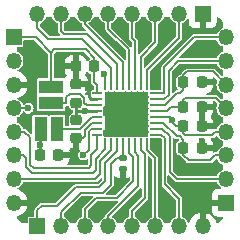
<source format=gbr>
%TF.GenerationSoftware,KiCad,Pcbnew,8.0.3-8.0.3-0~ubuntu23.10.1*%
%TF.CreationDate,2024-09-30T16:30:17-04:00*%
%TF.ProjectId,nPM1300-Stamp,6e504d31-3330-4302-9d53-74616d702e6b,rev?*%
%TF.SameCoordinates,Original*%
%TF.FileFunction,Copper,L1,Top*%
%TF.FilePolarity,Positive*%
%FSLAX46Y46*%
G04 Gerber Fmt 4.6, Leading zero omitted, Abs format (unit mm)*
G04 Created by KiCad (PCBNEW 8.0.3-8.0.3-0~ubuntu23.10.1) date 2024-09-30 16:30:17*
%MOMM*%
%LPD*%
G01*
G04 APERTURE LIST*
G04 Aperture macros list*
%AMRoundRect*
0 Rectangle with rounded corners*
0 $1 Rounding radius*
0 $2 $3 $4 $5 $6 $7 $8 $9 X,Y pos of 4 corners*
0 Add a 4 corners polygon primitive as box body*
4,1,4,$2,$3,$4,$5,$6,$7,$8,$9,$2,$3,0*
0 Add four circle primitives for the rounded corners*
1,1,$1+$1,$2,$3*
1,1,$1+$1,$4,$5*
1,1,$1+$1,$6,$7*
1,1,$1+$1,$8,$9*
0 Add four rect primitives between the rounded corners*
20,1,$1+$1,$2,$3,$4,$5,0*
20,1,$1+$1,$4,$5,$6,$7,0*
20,1,$1+$1,$6,$7,$8,$9,0*
20,1,$1+$1,$8,$9,$2,$3,0*%
G04 Aperture macros list end*
%TA.AperFunction,ComponentPad*%
%ADD10R,1.350000X1.350000*%
%TD*%
%TA.AperFunction,ComponentPad*%
%ADD11O,1.350000X1.350000*%
%TD*%
%TA.AperFunction,SMDPad,CuDef*%
%ADD12RoundRect,0.225000X0.250000X-0.225000X0.250000X0.225000X-0.250000X0.225000X-0.250000X-0.225000X0*%
%TD*%
%TA.AperFunction,SMDPad,CuDef*%
%ADD13RoundRect,0.225000X-0.225000X-0.250000X0.225000X-0.250000X0.225000X0.250000X-0.225000X0.250000X0*%
%TD*%
%TA.AperFunction,SMDPad,CuDef*%
%ADD14RoundRect,0.225000X0.225000X0.250000X-0.225000X0.250000X-0.225000X-0.250000X0.225000X-0.250000X0*%
%TD*%
%TA.AperFunction,SMDPad,CuDef*%
%ADD15RoundRect,0.062500X-0.337500X-0.062500X0.337500X-0.062500X0.337500X0.062500X-0.337500X0.062500X0*%
%TD*%
%TA.AperFunction,SMDPad,CuDef*%
%ADD16RoundRect,0.062500X-0.062500X-0.337500X0.062500X-0.337500X0.062500X0.337500X-0.062500X0.337500X0*%
%TD*%
%TA.AperFunction,HeatsinkPad*%
%ADD17C,0.500000*%
%TD*%
%TA.AperFunction,HeatsinkPad*%
%ADD18R,3.600000X3.600000*%
%TD*%
%TA.AperFunction,SMDPad,CuDef*%
%ADD19R,2.100000X1.100000*%
%TD*%
%TA.AperFunction,SMDPad,CuDef*%
%ADD20RoundRect,0.225000X-0.250000X0.225000X-0.250000X-0.225000X0.250000X-0.225000X0.250000X0.225000X0*%
%TD*%
%TA.AperFunction,SMDPad,CuDef*%
%ADD21RoundRect,0.140000X-0.170000X0.140000X-0.170000X-0.140000X0.170000X-0.140000X0.170000X0.140000X0*%
%TD*%
%TA.AperFunction,SMDPad,CuDef*%
%ADD22R,1.100000X2.100000*%
%TD*%
%TA.AperFunction,ViaPad*%
%ADD23C,0.600000*%
%TD*%
%TA.AperFunction,Conductor*%
%ADD24C,0.200000*%
%TD*%
%TA.AperFunction,Conductor*%
%ADD25C,0.250000*%
%TD*%
G04 APERTURE END LIST*
D10*
%TO.P,J4,1,Pin_1*%
%TO.N,GND*%
X157000000Y-91000000D03*
D11*
%TO.P,J4,2,Pin_2*%
%TO.N,/LED0*%
X155000000Y-91000000D03*
%TO.P,J4,3,Pin_3*%
%TO.N,/LED1*%
X153000000Y-91000000D03*
%TO.P,J4,4,Pin_4*%
%TO.N,/LED2*%
X151000000Y-91000000D03*
%TO.P,J4,5,Pin_5*%
%TO.N,/LS1_IN*%
X149000000Y-91000000D03*
%TO.P,J4,6,Pin_6*%
%TO.N,/LS1_OUT*%
X147000000Y-91000000D03*
%TO.P,J4,7,Pin_7*%
%TO.N,/LS2_IN*%
X145000000Y-91000000D03*
%TO.P,J4,8,Pin_8*%
%TO.N,/LS2_OUT*%
X143000000Y-91000000D03*
%TD*%
D12*
%TO.P,C3,1*%
%TO.N,/VSYS*%
X146290000Y-98535000D03*
%TO.P,C3,2*%
%TO.N,GND*%
X146290000Y-96985000D03*
%TD*%
D13*
%TO.P,C5,1*%
%TO.N,/VBUS_IN*%
X155365000Y-98930000D03*
%TO.P,C5,2*%
%TO.N,GND*%
X156915000Y-98930000D03*
%TD*%
D14*
%TO.P,C7,1*%
%TO.N,/VOUT1*%
X147805000Y-95460000D03*
%TO.P,C7,2*%
%TO.N,GND*%
X146255000Y-95460000D03*
%TD*%
D15*
%TO.P,U1,1,VOUT1*%
%TO.N,/VOUT1*%
X148050000Y-97750000D03*
%TO.P,U1,2,PVSS1*%
%TO.N,GND*%
X148050000Y-98250000D03*
%TO.P,U1,3,SW1*%
%TO.N,Net-(U1-SW1)*%
X148050000Y-98750000D03*
%TO.P,U1,4,PVDD*%
%TO.N,/VSYS*%
X148050000Y-99250000D03*
%TO.P,U1,5,SW2*%
%TO.N,Net-(U1-SW2)*%
X148050000Y-99750000D03*
%TO.P,U1,6,PVSS2*%
%TO.N,GND*%
X148050000Y-100250000D03*
%TO.P,U1,7,GPIO0*%
%TO.N,/GPIO0*%
X148050000Y-100750000D03*
%TO.P,U1,8,GPIO1*%
%TO.N,/GPIO1*%
X148050000Y-101250000D03*
D16*
%TO.P,U1,9,GPIO2*%
%TO.N,/GPIO2*%
X148750000Y-101950000D03*
%TO.P,U1,10,GPIO3*%
%TO.N,/GPIO3*%
X149250000Y-101950000D03*
%TO.P,U1,11,GPIO4*%
%TO.N,/GPIO4*%
X149750000Y-101950000D03*
%TO.P,U1,12,VDDIO*%
%TO.N,/VDDIO*%
X150250000Y-101950000D03*
%TO.P,U1,13,SDA*%
%TO.N,/SDA_NPM1300*%
X150750000Y-101950000D03*
%TO.P,U1,14,SCL*%
%TO.N,/SCL_NPM1300*%
X151250000Y-101950000D03*
%TO.P,U1,15,SHPHLD*%
%TO.N,/SHPLD*%
X151750000Y-101950000D03*
%TO.P,U1,16,VSET2*%
%TO.N,/VSET2*%
X152250000Y-101950000D03*
D15*
%TO.P,U1,17,VSET1*%
%TO.N,/VSET1*%
X152950000Y-101250000D03*
%TO.P,U1,18,NTC*%
%TO.N,/NTC*%
X152950000Y-100750000D03*
%TO.P,U1,19,VBAT*%
%TO.N,/VBAT*%
X152950000Y-100250000D03*
%TO.P,U1,20,VSYS*%
%TO.N,/VSYS*%
X152950000Y-99750000D03*
%TO.P,U1,21,VBUS*%
%TO.N,/VBUS_IN*%
X152950000Y-99250000D03*
%TO.P,U1,22,VBUSOUT*%
%TO.N,/VBUS_OUT*%
X152950000Y-98750000D03*
%TO.P,U1,23,CC1*%
%TO.N,/CC1*%
X152950000Y-98250000D03*
%TO.P,U1,24,CC2*%
%TO.N,/CC2*%
X152950000Y-97750000D03*
D16*
%TO.P,U1,25,LED0*%
%TO.N,/LED0*%
X152250000Y-97050000D03*
%TO.P,U1,26,LED1*%
%TO.N,/LED1*%
X151750000Y-97050000D03*
%TO.P,U1,27,LED2*%
%TO.N,/LED2*%
X151250000Y-97050000D03*
%TO.P,U1,28,LSIN1/VINLDO1*%
%TO.N,/LS1_IN*%
X150750000Y-97050000D03*
%TO.P,U1,29,LSOUT1/VOUTLDO1*%
%TO.N,/LS1_OUT*%
X150250000Y-97050000D03*
%TO.P,U1,30,LSIN2/VINLDO2*%
%TO.N,/LS2_IN*%
X149750000Y-97050000D03*
%TO.P,U1,31,LSOUT2/VOUTLDO2*%
%TO.N,/LS2_OUT*%
X149250000Y-97050000D03*
%TO.P,U1,32,VOUT2*%
%TO.N,/VOUT2*%
X148750000Y-97050000D03*
D17*
%TO.P,U1,33,AVSS*%
%TO.N,GND*%
X149500000Y-98500000D03*
X149500000Y-99500000D03*
X149500000Y-100500000D03*
X150500000Y-98500000D03*
X150500000Y-99500000D03*
D18*
X150500000Y-99500000D03*
D17*
X150500000Y-100500000D03*
X151500000Y-98500000D03*
X151500000Y-99500000D03*
X151500000Y-100500000D03*
%TD*%
D19*
%TO.P,L1,1*%
%TO.N,/VOUT1*%
X144170000Y-97170000D03*
%TO.P,L1,2*%
%TO.N,Net-(U1-SW1)*%
X144170000Y-98570000D03*
%TD*%
D20*
%TO.P,C2,1*%
%TO.N,/VSYS*%
X146290000Y-100005000D03*
%TO.P,C2,2*%
%TO.N,GND*%
X146290000Y-101555000D03*
%TD*%
D13*
%TO.P,C6,1*%
%TO.N,/VBUS_OUT*%
X155365000Y-96800000D03*
%TO.P,C6,2*%
%TO.N,GND*%
X156915000Y-96800000D03*
%TD*%
%TO.P,C13,1*%
%TO.N,/VBAT*%
X155365000Y-102375000D03*
%TO.P,C13,2*%
%TO.N,GND*%
X156915000Y-102375000D03*
%TD*%
D21*
%TO.P,C1,1*%
%TO.N,/VDDIO*%
X150250000Y-103220000D03*
%TO.P,C1,2*%
%TO.N,GND*%
X150250000Y-104180000D03*
%TD*%
D22*
%TO.P,L2,1*%
%TO.N,/VOUT2*%
X143270000Y-100780000D03*
%TO.P,L2,2*%
%TO.N,Net-(U1-SW2)*%
X144670000Y-100780000D03*
%TD*%
D10*
%TO.P,J3,1,Pin_1*%
%TO.N,GND*%
X159000000Y-107000000D03*
D11*
%TO.P,J3,2,Pin_2*%
%TO.N,/NTC*%
X159000000Y-105000000D03*
%TO.P,J3,3,Pin_3*%
%TO.N,/VBAT*%
X159000000Y-103000000D03*
%TO.P,J3,4,Pin_4*%
%TO.N,/VSYS*%
X159000000Y-101000000D03*
%TO.P,J3,5,Pin_5*%
%TO.N,/VBUS_IN*%
X159000000Y-99000000D03*
%TO.P,J3,6,Pin_6*%
%TO.N,/VBUS_OUT*%
X159000000Y-97000000D03*
%TO.P,J3,7,Pin_7*%
%TO.N,/CC1*%
X159000000Y-95000000D03*
%TO.P,J3,8,Pin_8*%
%TO.N,/CC2*%
X159000000Y-93000000D03*
%TD*%
D10*
%TO.P,J1,1,Pin_1*%
%TO.N,/VOUT1*%
X141000000Y-93000000D03*
D11*
%TO.P,J1,2,Pin_2*%
%TO.N,/VOUT2*%
X141000000Y-95000000D03*
%TO.P,J1,3,Pin_3*%
%TO.N,GND*%
X141000000Y-97000000D03*
%TO.P,J1,4,Pin_4*%
%TO.N,/GPIO0*%
X141000000Y-99000000D03*
%TO.P,J1,5,Pin_5*%
%TO.N,/GPIO1*%
X141000000Y-101000000D03*
%TO.P,J1,6,Pin_6*%
%TO.N,/GPIO2*%
X141000000Y-103000000D03*
%TO.P,J1,7,Pin_7*%
%TO.N,/GPIO3*%
X141000000Y-105000000D03*
%TO.P,J1,8,Pin_8*%
%TO.N,GND*%
X141000000Y-107000000D03*
%TD*%
D13*
%TO.P,C4,1*%
%TO.N,/VSYS*%
X155365000Y-100500000D03*
%TO.P,C4,2*%
%TO.N,GND*%
X156915000Y-100500000D03*
%TD*%
%TO.P,C8,1*%
%TO.N,/VOUT2*%
X143225000Y-102950000D03*
%TO.P,C8,2*%
%TO.N,GND*%
X144775000Y-102950000D03*
%TD*%
D10*
%TO.P,J2,1,Pin_1*%
%TO.N,/GPIO4*%
X143000000Y-109000000D03*
D11*
%TO.P,J2,2,Pin_2*%
%TO.N,/VDDIO*%
X145000000Y-109000000D03*
%TO.P,J2,3,Pin_3*%
%TO.N,/SDA_NPM1300*%
X147000000Y-109000000D03*
%TO.P,J2,4,Pin_4*%
%TO.N,/SCL_NPM1300*%
X149000000Y-109000000D03*
%TO.P,J2,5,Pin_5*%
%TO.N,/SHPLD*%
X151000000Y-109000000D03*
%TO.P,J2,6,Pin_6*%
%TO.N,/VSET2*%
X153000000Y-109000000D03*
%TO.P,J2,7,Pin_7*%
%TO.N,/VSET1*%
X155000000Y-109000000D03*
%TO.P,J2,8,Pin_8*%
%TO.N,GND*%
X157000000Y-109000000D03*
%TD*%
D23*
%TO.N,GND*%
X157000000Y-104250000D03*
X146000000Y-108000000D03*
X148000000Y-108000000D03*
X157690000Y-98930000D03*
X157000000Y-107000000D03*
X157000000Y-106000000D03*
X146000000Y-92000000D03*
X144000000Y-106000000D03*
X143000000Y-106000000D03*
X156000000Y-106000000D03*
X142500000Y-96000000D03*
X156000000Y-104250000D03*
X152000000Y-108000000D03*
X157000000Y-94000000D03*
X154750000Y-103750000D03*
X157690000Y-102380000D03*
X154000000Y-92500000D03*
X150000000Y-92500000D03*
X142500000Y-94000000D03*
X144000000Y-92000000D03*
X157690000Y-100500000D03*
X157690000Y-96810000D03*
X153000000Y-96500000D03*
X156000000Y-107000000D03*
X154000000Y-107000000D03*
X152000000Y-92500000D03*
X155000000Y-95750000D03*
X147250000Y-97330000D03*
X150250000Y-104970000D03*
X148500000Y-92500000D03*
X145990000Y-102630000D03*
X150000000Y-108000000D03*
%TO.N,/VSYS*%
X154440000Y-99990000D03*
X147020000Y-99250000D03*
%TO.N,/VOUT2*%
X148670000Y-96070000D03*
X143225000Y-102150000D03*
%TO.N,/GPIO0*%
X142230000Y-99000000D03*
X146910000Y-102950000D03*
%TD*%
D24*
%TO.N,GND*%
X147622249Y-100250000D02*
X148050000Y-100250000D01*
X156915000Y-98930000D02*
X157690000Y-98930000D01*
D25*
X147560000Y-98250000D02*
X147360000Y-98050000D01*
X146290000Y-96985000D02*
X146290000Y-95495000D01*
D24*
X147030000Y-101390000D02*
X147030000Y-100842249D01*
X147030000Y-100842249D02*
X147622249Y-100250000D01*
X156915000Y-102375000D02*
X157685000Y-102375000D01*
D25*
X147360000Y-97440000D02*
X147250000Y-97330000D01*
D24*
X146290000Y-102330000D02*
X146290000Y-101555000D01*
X157685000Y-102375000D02*
X157690000Y-102380000D01*
D25*
X147360000Y-98050000D02*
X147360000Y-97440000D01*
D24*
X150250000Y-104180000D02*
X150250000Y-104970000D01*
X144775000Y-102950000D02*
X145670000Y-102950000D01*
X146290000Y-101555000D02*
X146865000Y-101555000D01*
X145670000Y-102950000D02*
X146290000Y-102330000D01*
X156915000Y-100500000D02*
X157690000Y-100500000D01*
D25*
X146290000Y-96985000D02*
X146905000Y-96985000D01*
X146905000Y-96985000D02*
X147250000Y-97330000D01*
D24*
X156915000Y-96800000D02*
X157680000Y-96800000D01*
D25*
X148050000Y-98250000D02*
X147560000Y-98250000D01*
D24*
X156915000Y-98930000D02*
X156915000Y-100500000D01*
X157680000Y-96800000D02*
X157690000Y-96810000D01*
D25*
X146290000Y-95495000D02*
X146255000Y-95460000D01*
D24*
X146865000Y-101555000D02*
X147030000Y-101390000D01*
%TO.N,/VBUS_IN*%
X155365000Y-98930000D02*
X155365000Y-98275000D01*
X152950000Y-99250000D02*
X153970000Y-99250000D01*
X155500000Y-98140000D02*
X158140000Y-98140000D01*
X155365000Y-98275000D02*
X155500000Y-98140000D01*
X154290000Y-98930000D02*
X155365000Y-98930000D01*
X158140000Y-98140000D02*
X159000000Y-99000000D01*
X153970000Y-99250000D02*
X154290000Y-98930000D01*
%TO.N,/VBUS_OUT*%
X152950000Y-98750000D02*
X153800000Y-98750000D01*
X155365000Y-97455000D02*
X155365000Y-96800000D01*
X155365000Y-96800000D02*
X155365000Y-96225000D01*
X154830000Y-97720000D02*
X155100000Y-97720000D01*
X155700000Y-95890000D02*
X157890000Y-95890000D01*
X155365000Y-96225000D02*
X155700000Y-95890000D01*
X157890000Y-95890000D02*
X159000000Y-97000000D01*
X155100000Y-97720000D02*
X155365000Y-97455000D01*
X153800000Y-98750000D02*
X154830000Y-97720000D01*
%TO.N,/VBAT*%
X153680000Y-100250000D02*
X154810000Y-101380000D01*
X152950000Y-100250000D02*
X153680000Y-100250000D01*
X155365000Y-102935000D02*
X155820000Y-103390000D01*
X155365000Y-101655000D02*
X155365000Y-102375000D01*
X154810000Y-101380000D02*
X155090000Y-101380000D01*
X158050000Y-103000000D02*
X159000000Y-103000000D01*
X155820000Y-103390000D02*
X157660000Y-103390000D01*
X155090000Y-101380000D02*
X155365000Y-101655000D01*
X157660000Y-103390000D02*
X158050000Y-103000000D01*
X155365000Y-102375000D02*
X155365000Y-102935000D01*
%TO.N,/LS2_IN*%
X149750000Y-97050000D02*
X149750000Y-95264314D01*
X145260000Y-92720000D02*
X145000000Y-92460000D01*
X145000000Y-92460000D02*
X145000000Y-91000000D01*
X147205686Y-92720000D02*
X145260000Y-92720000D01*
X149750000Y-95264314D02*
X147205686Y-92720000D01*
%TO.N,/CC1*%
X154130000Y-97855686D02*
X154130000Y-95810000D01*
X154130000Y-95810000D02*
X154940000Y-95000000D01*
X153735686Y-98250000D02*
X154130000Y-97855686D01*
X152950000Y-98250000D02*
X153735686Y-98250000D01*
X154940000Y-95000000D02*
X159000000Y-95000000D01*
%TO.N,/VSET2*%
X153000000Y-103250000D02*
X153000000Y-109000000D01*
X152250000Y-102500000D02*
X153000000Y-103250000D01*
X152250000Y-101950000D02*
X152250000Y-102500000D01*
%TO.N,/LED0*%
X152250000Y-97050000D02*
X152250000Y-95780000D01*
X152250000Y-95780000D02*
X155000000Y-93030000D01*
X155000000Y-93030000D02*
X155000000Y-91000000D01*
%TO.N,/CC2*%
X153730000Y-95540000D02*
X156270000Y-93000000D01*
X153730000Y-97690000D02*
X153730000Y-95540000D01*
X156270000Y-93000000D02*
X159000000Y-93000000D01*
X153670000Y-97750000D02*
X153730000Y-97690000D01*
X152950000Y-97750000D02*
X153670000Y-97750000D01*
%TO.N,/SHPLD*%
X151000000Y-109000000D02*
X151000000Y-107710000D01*
X152084315Y-102900000D02*
X151750000Y-102565685D01*
X152084315Y-106625685D02*
X152084315Y-102900000D01*
X151750000Y-102565685D02*
X151750000Y-101950000D01*
X151000000Y-107710000D02*
X152084315Y-106625685D01*
%TO.N,/SCL_NPM1300*%
X151560000Y-103028180D02*
X151250000Y-102718180D01*
X151250000Y-102718180D02*
X151250000Y-101950000D01*
X149000000Y-109000000D02*
X149000000Y-108130000D01*
X151560000Y-105570000D02*
X151560000Y-103028180D01*
X149000000Y-108130000D02*
X151560000Y-105570000D01*
%TO.N,/NTC*%
X153580000Y-100750000D02*
X154200000Y-101370000D01*
X152950000Y-100750000D02*
X153580000Y-100750000D01*
X154810000Y-105000000D02*
X159000000Y-105000000D01*
X154200000Y-101370000D02*
X154200000Y-104390000D01*
X154200000Y-104390000D02*
X154810000Y-105000000D01*
%TO.N,/LS2_OUT*%
X146800000Y-93120000D02*
X149250000Y-95570000D01*
X143930000Y-93120000D02*
X146800000Y-93120000D01*
X149250000Y-95570000D02*
X149250000Y-97050000D01*
X143000000Y-91000000D02*
X143000000Y-92190000D01*
X143000000Y-92190000D02*
X143930000Y-93120000D01*
%TO.N,/LS1_OUT*%
X147000000Y-91870000D02*
X150250000Y-95120000D01*
X150250000Y-95120000D02*
X150250000Y-97050000D01*
X147000000Y-91000000D02*
X147000000Y-91870000D01*
%TO.N,/GPIO2*%
X142010000Y-103210000D02*
X141800000Y-103000000D01*
X142580000Y-104520000D02*
X142010000Y-103950000D01*
X142010000Y-103950000D02*
X142010000Y-103210000D01*
X147930000Y-104270000D02*
X147680000Y-104520000D01*
X141800000Y-103000000D02*
X141000000Y-103000000D01*
X148750000Y-102490000D02*
X147930000Y-103310000D01*
X147680000Y-104520000D02*
X142580000Y-104520000D01*
X148750000Y-101950000D02*
X148750000Y-102490000D01*
X147930000Y-103310000D02*
X147930000Y-104270000D01*
%TO.N,/LED2*%
X151000000Y-91000000D02*
X151000000Y-93050000D01*
X151000000Y-93050000D02*
X151250000Y-93300000D01*
X151250000Y-97050000D02*
X151250000Y-93300000D01*
%TO.N,/LS1_IN*%
X150750000Y-94030000D02*
X149000000Y-92280000D01*
X149000000Y-92280000D02*
X149000000Y-91000000D01*
X150750000Y-97050000D02*
X150750000Y-94030000D01*
%TO.N,/SDA_NPM1300*%
X151130000Y-105190000D02*
X149730000Y-106590000D01*
X147980000Y-106590000D02*
X147000000Y-107570000D01*
X150750000Y-102783866D02*
X151130000Y-103163866D01*
X147000000Y-107570000D02*
X147000000Y-109000000D01*
X151130000Y-103163866D02*
X151130000Y-105190000D01*
X150750000Y-101950000D02*
X150750000Y-102783866D01*
X149730000Y-106590000D02*
X147980000Y-106590000D01*
%TO.N,/GPIO1*%
X147580000Y-103850000D02*
X147340000Y-104090000D01*
X148050000Y-101250000D02*
X148050000Y-102480000D01*
X142680000Y-104090000D02*
X142370000Y-103780000D01*
X147580000Y-102950000D02*
X147580000Y-103850000D01*
X142370000Y-101470000D02*
X141900000Y-101000000D01*
X147340000Y-104090000D02*
X142680000Y-104090000D01*
X142370000Y-103780000D02*
X142370000Y-101470000D01*
X141900000Y-101000000D02*
X141000000Y-101000000D01*
X148050000Y-102480000D02*
X147580000Y-102950000D01*
%TO.N,/GPIO3*%
X147870000Y-105000000D02*
X148300000Y-104570000D01*
X148300000Y-104570000D02*
X148300000Y-103460000D01*
X148300000Y-103460000D02*
X149250000Y-102510000D01*
X149250000Y-102510000D02*
X149250000Y-101950000D01*
X141000000Y-105000000D02*
X147870000Y-105000000D01*
%TO.N,/VSET1*%
X153510000Y-101250000D02*
X153770000Y-101510000D01*
X155000000Y-106650000D02*
X155000000Y-109000000D01*
X152950000Y-101250000D02*
X153510000Y-101250000D01*
X153770000Y-101510000D02*
X153770000Y-105420000D01*
X153770000Y-105420000D02*
X155000000Y-106650000D01*
%TO.N,/LED1*%
X153000000Y-91000000D02*
X153000000Y-93390000D01*
X153000000Y-93390000D02*
X151750000Y-94640000D01*
X151750000Y-94640000D02*
X151750000Y-97050000D01*
%TO.N,/VDDIO*%
X149740000Y-103220000D02*
X150250000Y-103220000D01*
X148540000Y-106150000D02*
X149220000Y-105470000D01*
X149220000Y-103740000D02*
X149740000Y-103220000D01*
X145000000Y-109000000D02*
X145000000Y-107820000D01*
X149220000Y-105470000D02*
X149220000Y-103740000D01*
X150250000Y-103220000D02*
X150250000Y-101950000D01*
X145000000Y-107820000D02*
X146670000Y-106150000D01*
X146670000Y-106150000D02*
X148540000Y-106150000D01*
%TO.N,/VSYS*%
X154200000Y-99750000D02*
X154440000Y-99990000D01*
D25*
X148050000Y-99250000D02*
X146290000Y-99250000D01*
D24*
X155365000Y-100500000D02*
X154750000Y-100500000D01*
X155540000Y-101290000D02*
X155365000Y-101115000D01*
X157790000Y-101290000D02*
X155540000Y-101290000D01*
D25*
X146290000Y-100005000D02*
X146290000Y-99250000D01*
X146290000Y-99250000D02*
X146290000Y-98535000D01*
D24*
X159000000Y-101000000D02*
X158080000Y-101000000D01*
X158080000Y-101000000D02*
X157790000Y-101290000D01*
X154750000Y-100500000D02*
X154440000Y-100190000D01*
X154440000Y-100190000D02*
X154440000Y-99990000D01*
X152950000Y-99750000D02*
X154200000Y-99750000D01*
X155365000Y-101115000D02*
X155365000Y-100500000D01*
%TO.N,/VOUT1*%
X144440000Y-94030000D02*
X144170000Y-94300000D01*
X147805000Y-94745000D02*
X147090000Y-94030000D01*
X147090000Y-94030000D02*
X144440000Y-94030000D01*
X147805000Y-95460000D02*
X147805000Y-94745000D01*
X148050000Y-97750000D02*
X148050000Y-97030000D01*
X144170000Y-94300000D02*
X144170000Y-97170000D01*
X141000000Y-93000000D02*
X142870000Y-93000000D01*
X142870000Y-93000000D02*
X144170000Y-94300000D01*
X148050000Y-97030000D02*
X147805000Y-96785000D01*
X147805000Y-96785000D02*
X147805000Y-95460000D01*
%TO.N,/VOUT2*%
X148750000Y-96150000D02*
X148750000Y-97050000D01*
D25*
X143225000Y-100825000D02*
X143270000Y-100780000D01*
D24*
X148670000Y-96070000D02*
X148750000Y-96150000D01*
D25*
X143225000Y-102950000D02*
X143225000Y-100825000D01*
D24*
%TO.N,Net-(U1-SW1)*%
X145450000Y-98060000D02*
X145750000Y-97760000D01*
X145450000Y-98540000D02*
X145450000Y-98060000D01*
X147200000Y-98750000D02*
X148050000Y-98750000D01*
X146990000Y-98117370D02*
X146990000Y-98540000D01*
X145750000Y-97760000D02*
X146632630Y-97760000D01*
X146990000Y-98540000D02*
X147200000Y-98750000D01*
X145420000Y-98570000D02*
X145450000Y-98540000D01*
X146632630Y-97760000D02*
X146990000Y-98117370D01*
X144170000Y-98570000D02*
X145420000Y-98570000D01*
%TO.N,Net-(U1-SW2)*%
X146632630Y-100780000D02*
X147662630Y-99750000D01*
X147662630Y-99750000D02*
X148050000Y-99750000D01*
X144670000Y-100780000D02*
X146632630Y-100780000D01*
%TO.N,/GPIO4*%
X144690000Y-107250000D02*
X143400000Y-107250000D01*
X143000000Y-107650000D02*
X143000000Y-109000000D01*
X148730000Y-105180000D02*
X148230000Y-105680000D01*
X149750000Y-101950000D02*
X149750000Y-102610000D01*
X149750000Y-102610000D02*
X148730000Y-103630000D01*
X143400000Y-107250000D02*
X143000000Y-107650000D01*
X148730000Y-103630000D02*
X148730000Y-105180000D01*
X148230000Y-105680000D02*
X146260000Y-105680000D01*
X146260000Y-105680000D02*
X144690000Y-107250000D01*
%TO.N,/GPIO0*%
X141000000Y-99000000D02*
X142230000Y-99000000D01*
X147500000Y-100840000D02*
X147360000Y-100980000D01*
X148050000Y-100750000D02*
X147590000Y-100750000D01*
X147590000Y-100750000D02*
X147500000Y-100840000D01*
X147360000Y-100980000D02*
X147360000Y-101800000D01*
X147360000Y-101800000D02*
X147360000Y-102500000D01*
X147360000Y-102500000D02*
X146910000Y-102950000D01*
%TD*%
%TA.AperFunction,Conductor*%
%TO.N,GND*%
G36*
X148457826Y-104871085D02*
G01*
X148479500Y-104923411D01*
X148479500Y-105045587D01*
X148457826Y-105097913D01*
X148147913Y-105407826D01*
X148095587Y-105429500D01*
X146210172Y-105429500D01*
X146118105Y-105467634D01*
X144607913Y-106977826D01*
X144555587Y-106999500D01*
X143350172Y-106999500D01*
X143258105Y-107037634D01*
X142787634Y-107508105D01*
X142749500Y-107600170D01*
X142749500Y-108100500D01*
X142727826Y-108152826D01*
X142675500Y-108174500D01*
X142310180Y-108174500D01*
X142288229Y-108178866D01*
X142266277Y-108183233D01*
X142216496Y-108216495D01*
X142216495Y-108216496D01*
X142183233Y-108266277D01*
X142174500Y-108310180D01*
X142174500Y-108675500D01*
X142152826Y-108727826D01*
X142100500Y-108749500D01*
X142003638Y-108749500D01*
X141996385Y-108749144D01*
X141861033Y-108735813D01*
X141846805Y-108732983D01*
X141720152Y-108694563D01*
X141706750Y-108689011D01*
X141590027Y-108626621D01*
X141577968Y-108618564D01*
X141523331Y-108573725D01*
X141475657Y-108534600D01*
X141465399Y-108524342D01*
X141429029Y-108480025D01*
X141381434Y-108422029D01*
X141373378Y-108409972D01*
X141310988Y-108293249D01*
X141305436Y-108279847D01*
X141289542Y-108227452D01*
X141287880Y-108221971D01*
X141293432Y-108165607D01*
X141331962Y-108131488D01*
X141525980Y-108056324D01*
X141525990Y-108056319D01*
X141711129Y-107941686D01*
X141711130Y-107941686D01*
X141872056Y-107794984D01*
X141872057Y-107794983D01*
X142003282Y-107621212D01*
X142003284Y-107621209D01*
X142100348Y-107426276D01*
X142100350Y-107426271D01*
X142150505Y-107250000D01*
X141324500Y-107250000D01*
X141318267Y-107247418D01*
X141320080Y-107245606D01*
X141372741Y-107154394D01*
X141400000Y-107052661D01*
X141400000Y-106947339D01*
X141372741Y-106845606D01*
X141320080Y-106754394D01*
X141318267Y-106752581D01*
X141324500Y-106750000D01*
X142150505Y-106750000D01*
X142100350Y-106573728D01*
X142100348Y-106573723D01*
X142003284Y-106378790D01*
X142003282Y-106378787D01*
X141872057Y-106205016D01*
X141872056Y-106205015D01*
X141711129Y-106058313D01*
X141525990Y-105943680D01*
X141525980Y-105943675D01*
X141362487Y-105880336D01*
X141321524Y-105841223D01*
X141320216Y-105784601D01*
X141359118Y-105743732D01*
X141415024Y-105718842D01*
X141555410Y-105616845D01*
X141671522Y-105487889D01*
X141758286Y-105337611D01*
X141769976Y-105301633D01*
X141806758Y-105258566D01*
X141840354Y-105250500D01*
X147919827Y-105250500D01*
X147919828Y-105250500D01*
X148011897Y-105212364D01*
X148353174Y-104871084D01*
X148405500Y-104849411D01*
X148457826Y-104871085D01*
G37*
%TD.AperFunction*%
%TA.AperFunction,Conductor*%
G36*
X147688913Y-106422174D02*
G01*
X147710587Y-106474500D01*
X147688913Y-106526826D01*
X146787634Y-107428105D01*
X146749500Y-107520170D01*
X146749500Y-108159850D01*
X146727826Y-108212176D01*
X146705599Y-108227452D01*
X146584978Y-108281156D01*
X146584973Y-108281159D01*
X146444592Y-108383152D01*
X146328478Y-108512109D01*
X146328475Y-108512114D01*
X146241712Y-108662391D01*
X146230024Y-108698367D01*
X146193242Y-108741434D01*
X146159646Y-108749500D01*
X145840354Y-108749500D01*
X145788028Y-108727826D01*
X145769976Y-108698367D01*
X145758287Y-108662391D01*
X145671524Y-108512114D01*
X145671521Y-108512109D01*
X145555407Y-108383152D01*
X145415030Y-108281161D01*
X145415022Y-108281157D01*
X145294401Y-108227452D01*
X145255415Y-108186369D01*
X145250500Y-108159850D01*
X145250500Y-107954412D01*
X145272174Y-107902086D01*
X146752086Y-106422174D01*
X146804412Y-106400500D01*
X147636587Y-106400500D01*
X147688913Y-106422174D01*
G37*
%TD.AperFunction*%
%TA.AperFunction,Conductor*%
G36*
X149808912Y-106862174D02*
G01*
X149830586Y-106914500D01*
X149808912Y-106966826D01*
X148787637Y-107988101D01*
X148787634Y-107988105D01*
X148749500Y-108080170D01*
X148749500Y-108159850D01*
X148727826Y-108212176D01*
X148705599Y-108227452D01*
X148584978Y-108281156D01*
X148584973Y-108281159D01*
X148444592Y-108383152D01*
X148328478Y-108512109D01*
X148328475Y-108512114D01*
X148241712Y-108662391D01*
X148230024Y-108698367D01*
X148193242Y-108741434D01*
X148159646Y-108749500D01*
X147840354Y-108749500D01*
X147788028Y-108727826D01*
X147769976Y-108698367D01*
X147758287Y-108662391D01*
X147671524Y-108512114D01*
X147671521Y-108512109D01*
X147555407Y-108383152D01*
X147415030Y-108281161D01*
X147415022Y-108281157D01*
X147294401Y-108227452D01*
X147255415Y-108186369D01*
X147250500Y-108159850D01*
X147250500Y-107704413D01*
X147272174Y-107652087D01*
X148062087Y-106862174D01*
X148114413Y-106840500D01*
X149756586Y-106840500D01*
X149808912Y-106862174D01*
G37*
%TD.AperFunction*%
%TA.AperFunction,Conductor*%
G36*
X151812141Y-105776772D02*
G01*
X151833815Y-105829098D01*
X151833815Y-106491272D01*
X151812141Y-106543598D01*
X150787634Y-107568105D01*
X150749500Y-107660170D01*
X150749500Y-108159850D01*
X150727826Y-108212176D01*
X150705599Y-108227452D01*
X150584978Y-108281156D01*
X150584973Y-108281159D01*
X150444592Y-108383152D01*
X150328478Y-108512109D01*
X150328475Y-108512114D01*
X150241712Y-108662391D01*
X150230024Y-108698367D01*
X150193242Y-108741434D01*
X150159646Y-108749500D01*
X149840354Y-108749500D01*
X149788028Y-108727826D01*
X149769976Y-108698367D01*
X149758287Y-108662391D01*
X149671524Y-108512114D01*
X149671521Y-108512109D01*
X149555407Y-108383152D01*
X149415027Y-108281159D01*
X149415022Y-108281156D01*
X149366750Y-108259664D01*
X149327764Y-108218581D01*
X149329247Y-108161963D01*
X149344520Y-108139739D01*
X151691488Y-105792770D01*
X151691491Y-105792769D01*
X151707489Y-105776772D01*
X151759815Y-105755098D01*
X151812141Y-105776772D01*
G37*
%TD.AperFunction*%
%TA.AperFunction,Conductor*%
G36*
X152461141Y-103065402D02*
G01*
X152727826Y-103332087D01*
X152749500Y-103384413D01*
X152749500Y-108159850D01*
X152727826Y-108212176D01*
X152705599Y-108227452D01*
X152584978Y-108281156D01*
X152584973Y-108281159D01*
X152444592Y-108383152D01*
X152328478Y-108512109D01*
X152328475Y-108512114D01*
X152241712Y-108662391D01*
X152230024Y-108698367D01*
X152193242Y-108741434D01*
X152159646Y-108749500D01*
X151840354Y-108749500D01*
X151788028Y-108727826D01*
X151769976Y-108698367D01*
X151758287Y-108662391D01*
X151671524Y-108512114D01*
X151671521Y-108512109D01*
X151555407Y-108383152D01*
X151415030Y-108281161D01*
X151415022Y-108281157D01*
X151294401Y-108227452D01*
X151255415Y-108186369D01*
X151250500Y-108159850D01*
X151250500Y-107844413D01*
X151272174Y-107792087D01*
X152296678Y-106767583D01*
X152296679Y-106767582D01*
X152334815Y-106675513D01*
X152334815Y-106575857D01*
X152334815Y-103117728D01*
X152356489Y-103065402D01*
X152408815Y-103043728D01*
X152461141Y-103065402D01*
G37*
%TD.AperFunction*%
%TA.AperFunction,Conductor*%
G36*
X153427626Y-101523898D02*
G01*
X153438839Y-101533101D01*
X153497825Y-101592086D01*
X153519500Y-101644411D01*
X153519500Y-105469829D01*
X153557634Y-105561894D01*
X153557636Y-105561897D01*
X154727826Y-106732086D01*
X154749500Y-106784412D01*
X154749500Y-108159850D01*
X154727826Y-108212176D01*
X154705599Y-108227452D01*
X154584978Y-108281156D01*
X154584973Y-108281159D01*
X154444592Y-108383152D01*
X154328478Y-108512109D01*
X154328475Y-108512114D01*
X154241712Y-108662391D01*
X154230024Y-108698367D01*
X154193242Y-108741434D01*
X154159646Y-108749500D01*
X153840354Y-108749500D01*
X153788028Y-108727826D01*
X153769976Y-108698367D01*
X153758287Y-108662391D01*
X153671524Y-108512114D01*
X153671521Y-108512109D01*
X153555407Y-108383152D01*
X153415030Y-108281161D01*
X153415022Y-108281157D01*
X153294401Y-108227452D01*
X153255415Y-108186369D01*
X153250500Y-108159850D01*
X153250500Y-103200172D01*
X153250499Y-103200170D01*
X153212365Y-103108105D01*
X153212363Y-103108102D01*
X152534760Y-102430499D01*
X152513086Y-102378173D01*
X152514506Y-102363746D01*
X152525500Y-102308480D01*
X152525500Y-101599500D01*
X152547174Y-101547174D01*
X152599500Y-101525500D01*
X153308478Y-101525500D01*
X153308480Y-101525500D01*
X153370609Y-101513142D01*
X153370611Y-101513140D01*
X153372077Y-101512849D01*
X153427626Y-101523898D01*
G37*
%TD.AperFunction*%
%TA.AperFunction,Conductor*%
G36*
X154146826Y-104691087D02*
G01*
X154668103Y-105212364D01*
X154760172Y-105250500D01*
X154859828Y-105250500D01*
X158159646Y-105250500D01*
X158211972Y-105272174D01*
X158230024Y-105301633D01*
X158241712Y-105337608D01*
X158328475Y-105487885D01*
X158328478Y-105487890D01*
X158444592Y-105616847D01*
X158546837Y-105691133D01*
X158576430Y-105739424D01*
X158563208Y-105794496D01*
X158514917Y-105824089D01*
X158503341Y-105825000D01*
X158277171Y-105825000D01*
X158217624Y-105831402D01*
X158217619Y-105831403D01*
X158082912Y-105881645D01*
X158082911Y-105881646D01*
X157967811Y-105967811D01*
X157881646Y-106082911D01*
X157881645Y-106082912D01*
X157831403Y-106217619D01*
X157831402Y-106217624D01*
X157825000Y-106277171D01*
X157825000Y-106750000D01*
X158675500Y-106750000D01*
X158681732Y-106752581D01*
X158679920Y-106754394D01*
X158627259Y-106845606D01*
X158600000Y-106947339D01*
X158600000Y-107052661D01*
X158627259Y-107154394D01*
X158679920Y-107245606D01*
X158681732Y-107247418D01*
X158675500Y-107250000D01*
X157825000Y-107250000D01*
X157825000Y-107722828D01*
X157831402Y-107782375D01*
X157831403Y-107782380D01*
X157881645Y-107917087D01*
X157881646Y-107917088D01*
X157967811Y-108032188D01*
X158082911Y-108118353D01*
X158082912Y-108118354D01*
X158217619Y-108168596D01*
X158217624Y-108168597D01*
X158277171Y-108175000D01*
X158626591Y-108175000D01*
X158678917Y-108196674D01*
X158700591Y-108249000D01*
X158697403Y-108270487D01*
X158694561Y-108279853D01*
X158689011Y-108293249D01*
X158626621Y-108409972D01*
X158618562Y-108422034D01*
X158534600Y-108524342D01*
X158524342Y-108534600D01*
X158422034Y-108618562D01*
X158409972Y-108626621D01*
X158293249Y-108689011D01*
X158279846Y-108694563D01*
X158218310Y-108713229D01*
X158161946Y-108707677D01*
X158126016Y-108663895D01*
X158125655Y-108662665D01*
X158100351Y-108573730D01*
X158100348Y-108573723D01*
X158003284Y-108378790D01*
X158003282Y-108378787D01*
X157872057Y-108205016D01*
X157872056Y-108205015D01*
X157711129Y-108058313D01*
X157525990Y-107943680D01*
X157525980Y-107943675D01*
X157322934Y-107865013D01*
X157250000Y-107851379D01*
X157250000Y-108675500D01*
X157247418Y-108681732D01*
X157245606Y-108679920D01*
X157154394Y-108627259D01*
X157052661Y-108600000D01*
X156947339Y-108600000D01*
X156845606Y-108627259D01*
X156754394Y-108679920D01*
X156752581Y-108681732D01*
X156750000Y-108675500D01*
X156750000Y-107851379D01*
X156749999Y-107851379D01*
X156677065Y-107865013D01*
X156474019Y-107943675D01*
X156474009Y-107943680D01*
X156288870Y-108058313D01*
X156288869Y-108058313D01*
X156127943Y-108205015D01*
X156127942Y-108205016D01*
X155996717Y-108378787D01*
X155996715Y-108378790D01*
X155899651Y-108573723D01*
X155899650Y-108573725D01*
X155883928Y-108628981D01*
X155848761Y-108673377D01*
X155792501Y-108679904D01*
X155748667Y-108645729D01*
X155738997Y-108628981D01*
X155671522Y-108512111D01*
X155671521Y-108512109D01*
X155555407Y-108383152D01*
X155415030Y-108281161D01*
X155415022Y-108281157D01*
X155294401Y-108227452D01*
X155255415Y-108186369D01*
X155250500Y-108159850D01*
X155250500Y-106708448D01*
X155250501Y-106708439D01*
X155250501Y-106600173D01*
X155212364Y-106508104D01*
X155212363Y-106508102D01*
X155137682Y-106433421D01*
X155137675Y-106433415D01*
X154042174Y-105337913D01*
X154020500Y-105285587D01*
X154020500Y-104743413D01*
X154042174Y-104691087D01*
X154094500Y-104669413D01*
X154146826Y-104691087D01*
G37*
%TD.AperFunction*%
%TA.AperFunction,Conductor*%
G36*
X150478326Y-103951674D02*
G01*
X150500000Y-104004000D01*
X150500000Y-104958789D01*
X150500001Y-104958790D01*
X150520910Y-104957145D01*
X150520912Y-104957145D01*
X150676193Y-104912032D01*
X150767830Y-104857838D01*
X150823903Y-104849858D01*
X150869195Y-104883863D01*
X150879500Y-104921533D01*
X150879500Y-105055587D01*
X150857826Y-105107913D01*
X149647913Y-106317826D01*
X149595587Y-106339500D01*
X148883413Y-106339500D01*
X148831087Y-106317826D01*
X148809413Y-106265500D01*
X148831087Y-106213174D01*
X149432363Y-105611898D01*
X149432364Y-105611897D01*
X149470500Y-105519828D01*
X149470500Y-105420172D01*
X149470500Y-104794249D01*
X149492174Y-104741923D01*
X149544500Y-104720249D01*
X149596826Y-104741923D01*
X149684622Y-104829719D01*
X149823803Y-104912031D01*
X149979088Y-104957145D01*
X149999998Y-104958790D01*
X150000000Y-104958789D01*
X150000000Y-104004000D01*
X150021674Y-103951674D01*
X150074000Y-103930000D01*
X150426000Y-103930000D01*
X150478326Y-103951674D01*
G37*
%TD.AperFunction*%
%TA.AperFunction,Conductor*%
G36*
X154576826Y-101501087D02*
G01*
X154668102Y-101592363D01*
X154668105Y-101592365D01*
X154685331Y-101599500D01*
X154760172Y-101630500D01*
X154955587Y-101630500D01*
X155007913Y-101652174D01*
X155014841Y-101659102D01*
X155036515Y-101711428D01*
X155014841Y-101763754D01*
X154995016Y-101777909D01*
X154918788Y-101815174D01*
X154830173Y-101903789D01*
X154775134Y-102016373D01*
X154775134Y-102016374D01*
X154764500Y-102089359D01*
X154764500Y-102660640D01*
X154775134Y-102733625D01*
X154775134Y-102733626D01*
X154830173Y-102846210D01*
X154830174Y-102846211D01*
X154918789Y-102934826D01*
X155031375Y-102989866D01*
X155080452Y-102997016D01*
X155129106Y-103026008D01*
X155138150Y-103041925D01*
X155152634Y-103076894D01*
X155152635Y-103076896D01*
X155152636Y-103076897D01*
X155607636Y-103531897D01*
X155678103Y-103602364D01*
X155770172Y-103640500D01*
X155770173Y-103640500D01*
X157709827Y-103640500D01*
X157709828Y-103640500D01*
X157801897Y-103602364D01*
X158113394Y-103290866D01*
X158165719Y-103269193D01*
X158218045Y-103290867D01*
X158236097Y-103320324D01*
X158241714Y-103337611D01*
X158278023Y-103400500D01*
X158328475Y-103487885D01*
X158328478Y-103487890D01*
X158444592Y-103616847D01*
X158584969Y-103718838D01*
X158584971Y-103718838D01*
X158584976Y-103718842D01*
X158705600Y-103772547D01*
X158744585Y-103813628D01*
X158749500Y-103840148D01*
X158749500Y-104159850D01*
X158727826Y-104212176D01*
X158705599Y-104227452D01*
X158584978Y-104281156D01*
X158584973Y-104281159D01*
X158444592Y-104383152D01*
X158328478Y-104512109D01*
X158328475Y-104512114D01*
X158241712Y-104662391D01*
X158230024Y-104698367D01*
X158193242Y-104741434D01*
X158159646Y-104749500D01*
X154944413Y-104749500D01*
X154892087Y-104727826D01*
X154472174Y-104307913D01*
X154450500Y-104255587D01*
X154450500Y-101553413D01*
X154472174Y-101501087D01*
X154524500Y-101479413D01*
X154576826Y-101501087D01*
G37*
%TD.AperFunction*%
%TA.AperFunction,Conductor*%
G36*
X146518326Y-101326674D02*
G01*
X146540000Y-101379000D01*
X146540000Y-102504999D01*
X146541796Y-102506795D01*
X146589786Y-102526673D01*
X146611460Y-102578999D01*
X146593386Y-102627458D01*
X146527120Y-102703932D01*
X146527119Y-102703934D01*
X146473302Y-102821776D01*
X146454867Y-102950000D01*
X146473302Y-103078223D01*
X146473302Y-103078224D01*
X146473303Y-103078226D01*
X146527118Y-103196063D01*
X146611951Y-103293967D01*
X146720931Y-103364004D01*
X146845228Y-103400500D01*
X146974772Y-103400500D01*
X147099069Y-103364004D01*
X147208049Y-103293967D01*
X147208049Y-103293966D01*
X147212502Y-103291105D01*
X147213517Y-103292685D01*
X147260775Y-103276954D01*
X147311423Y-103302303D01*
X147329500Y-103350766D01*
X147329500Y-103715587D01*
X147307826Y-103767913D01*
X147257913Y-103817826D01*
X147205587Y-103839500D01*
X145564457Y-103839500D01*
X145512131Y-103817826D01*
X145490457Y-103765500D01*
X145512131Y-103713174D01*
X145572573Y-103652731D01*
X145661547Y-103508482D01*
X145714855Y-103347608D01*
X145724999Y-103248311D01*
X145725000Y-103248309D01*
X145725000Y-103200000D01*
X144599000Y-103200000D01*
X144546674Y-103178326D01*
X144525000Y-103126000D01*
X144525000Y-102774000D01*
X144546674Y-102721674D01*
X144599000Y-102700000D01*
X145724999Y-102700000D01*
X145724999Y-102651693D01*
X145724998Y-102651687D01*
X145714445Y-102548374D01*
X145716076Y-102548207D01*
X145725343Y-102497824D01*
X145771974Y-102465679D01*
X145810737Y-102467797D01*
X145892392Y-102494855D01*
X145991689Y-102504999D01*
X146039999Y-102504998D01*
X146040000Y-102504998D01*
X146040000Y-101379000D01*
X146061674Y-101326674D01*
X146114000Y-101305000D01*
X146466000Y-101305000D01*
X146518326Y-101326674D01*
G37*
%TD.AperFunction*%
%TA.AperFunction,Conductor*%
G36*
X158225541Y-101313370D02*
G01*
X158240816Y-101335594D01*
X158241713Y-101337609D01*
X158328475Y-101487885D01*
X158328478Y-101487890D01*
X158444592Y-101616847D01*
X158584969Y-101718838D01*
X158584971Y-101718838D01*
X158584976Y-101718842D01*
X158705600Y-101772547D01*
X158744585Y-101813628D01*
X158749500Y-101840148D01*
X158749500Y-102159850D01*
X158727826Y-102212176D01*
X158705599Y-102227452D01*
X158584978Y-102281156D01*
X158584973Y-102281159D01*
X158444592Y-102383152D01*
X158328478Y-102512109D01*
X158328475Y-102512114D01*
X158241712Y-102662391D01*
X158230024Y-102698367D01*
X158193242Y-102741434D01*
X158159646Y-102749500D01*
X158099827Y-102749500D01*
X158000172Y-102749500D01*
X157979407Y-102758101D01*
X157965433Y-102763889D01*
X157908796Y-102763888D01*
X157868748Y-102723838D01*
X157863499Y-102687999D01*
X157865000Y-102673309D01*
X157865000Y-102625000D01*
X156739000Y-102625000D01*
X156686674Y-102603326D01*
X156665000Y-102551000D01*
X156665000Y-101614500D01*
X156686674Y-101562174D01*
X156739000Y-101540500D01*
X157091000Y-101540500D01*
X157143326Y-101562174D01*
X157165000Y-101614500D01*
X157165000Y-102125000D01*
X157864999Y-102125000D01*
X157864999Y-102076693D01*
X157864998Y-102076687D01*
X157854855Y-101977391D01*
X157801547Y-101816517D01*
X157712573Y-101672268D01*
X157707131Y-101666826D01*
X157685457Y-101614500D01*
X157707131Y-101562174D01*
X157759457Y-101540500D01*
X157839827Y-101540500D01*
X157839828Y-101540500D01*
X157931897Y-101502364D01*
X158120891Y-101313369D01*
X158173215Y-101291696D01*
X158225541Y-101313370D01*
G37*
%TD.AperFunction*%
%TA.AperFunction,Conductor*%
G36*
X152041110Y-97545859D02*
G01*
X152104391Y-97588142D01*
X152166520Y-97600500D01*
X152166521Y-97600500D01*
X152325500Y-97600500D01*
X152377826Y-97622174D01*
X152399500Y-97674500D01*
X152399500Y-97833480D01*
X152400826Y-97840148D01*
X152411857Y-97895608D01*
X152454139Y-97958888D01*
X152465188Y-98014437D01*
X152454139Y-98041112D01*
X152411857Y-98104391D01*
X152399500Y-98166520D01*
X152399500Y-98333479D01*
X152411857Y-98395608D01*
X152454139Y-98458888D01*
X152465188Y-98514437D01*
X152454139Y-98541112D01*
X152411857Y-98604391D01*
X152399500Y-98666520D01*
X152399500Y-98833479D01*
X152411857Y-98895608D01*
X152454139Y-98958888D01*
X152465188Y-99014437D01*
X152454139Y-99041112D01*
X152411857Y-99104391D01*
X152401445Y-99156740D01*
X152399500Y-99166520D01*
X152399500Y-99333480D01*
X152400603Y-99339023D01*
X152411857Y-99395608D01*
X152454139Y-99458888D01*
X152465188Y-99514437D01*
X152454139Y-99541112D01*
X152411857Y-99604391D01*
X152399500Y-99666520D01*
X152399500Y-99833479D01*
X152411857Y-99895608D01*
X152454139Y-99958888D01*
X152465188Y-100014437D01*
X152454139Y-100041112D01*
X152411857Y-100104391D01*
X152400827Y-100159850D01*
X152399500Y-100166520D01*
X152399500Y-100333480D01*
X152400524Y-100338626D01*
X152411857Y-100395608D01*
X152454139Y-100458888D01*
X152465188Y-100514437D01*
X152454139Y-100541112D01*
X152411857Y-100604391D01*
X152399500Y-100666520D01*
X152399500Y-100833479D01*
X152411857Y-100895608D01*
X152454139Y-100958888D01*
X152465188Y-101014437D01*
X152454139Y-101041112D01*
X152411857Y-101104391D01*
X152399500Y-101166520D01*
X152399500Y-101325500D01*
X152377826Y-101377826D01*
X152325500Y-101399500D01*
X152166520Y-101399500D01*
X152156213Y-101401550D01*
X152104391Y-101411857D01*
X152041112Y-101454139D01*
X151985563Y-101465188D01*
X151958888Y-101454139D01*
X151895608Y-101411857D01*
X151845837Y-101401957D01*
X151833480Y-101399500D01*
X151666520Y-101399500D01*
X151656213Y-101401550D01*
X151604391Y-101411857D01*
X151541112Y-101454139D01*
X151485563Y-101465188D01*
X151458888Y-101454139D01*
X151395608Y-101411857D01*
X151345837Y-101401957D01*
X151333480Y-101399500D01*
X151166520Y-101399500D01*
X151156213Y-101401550D01*
X151104391Y-101411857D01*
X151041112Y-101454139D01*
X150985563Y-101465188D01*
X150958888Y-101454139D01*
X150895608Y-101411857D01*
X150845837Y-101401957D01*
X150833480Y-101399500D01*
X150666520Y-101399500D01*
X150656213Y-101401550D01*
X150604391Y-101411857D01*
X150541112Y-101454139D01*
X150485563Y-101465188D01*
X150458888Y-101454139D01*
X150395608Y-101411857D01*
X150345837Y-101401957D01*
X150333480Y-101399500D01*
X150166520Y-101399500D01*
X150156213Y-101401550D01*
X150104391Y-101411857D01*
X150041112Y-101454139D01*
X149985563Y-101465188D01*
X149958888Y-101454139D01*
X149895608Y-101411857D01*
X149845837Y-101401957D01*
X149833480Y-101399500D01*
X149666520Y-101399500D01*
X149656213Y-101401550D01*
X149604391Y-101411857D01*
X149541112Y-101454139D01*
X149485563Y-101465188D01*
X149458888Y-101454139D01*
X149395608Y-101411857D01*
X149345837Y-101401957D01*
X149333480Y-101399500D01*
X149166520Y-101399500D01*
X149156213Y-101401550D01*
X149104391Y-101411857D01*
X149041112Y-101454139D01*
X148985563Y-101465188D01*
X148958888Y-101454139D01*
X148895608Y-101411857D01*
X148845837Y-101401957D01*
X148833480Y-101399500D01*
X148674500Y-101399500D01*
X148622174Y-101377826D01*
X148600500Y-101325500D01*
X148600500Y-101180266D01*
X149173285Y-101180266D01*
X149173285Y-101180267D01*
X149332045Y-101235820D01*
X149332052Y-101235822D01*
X149500000Y-101254745D01*
X149667947Y-101235822D01*
X149667954Y-101235820D01*
X149826713Y-101180267D01*
X149826712Y-101180266D01*
X150173285Y-101180266D01*
X150173285Y-101180267D01*
X150332045Y-101235820D01*
X150332052Y-101235822D01*
X150500000Y-101254745D01*
X150667947Y-101235822D01*
X150667954Y-101235820D01*
X150826713Y-101180267D01*
X150826712Y-101180266D01*
X151173285Y-101180266D01*
X151173285Y-101180267D01*
X151332045Y-101235820D01*
X151332052Y-101235822D01*
X151500000Y-101254745D01*
X151667947Y-101235822D01*
X151667954Y-101235820D01*
X151826713Y-101180267D01*
X151500000Y-100853553D01*
X151173285Y-101180266D01*
X150826712Y-101180266D01*
X150500000Y-100853553D01*
X150173285Y-101180266D01*
X149826712Y-101180266D01*
X149500000Y-100853553D01*
X149173285Y-101180266D01*
X148600500Y-101180266D01*
X148600500Y-101166520D01*
X148588142Y-101104391D01*
X148545859Y-101041110D01*
X148534811Y-100985563D01*
X148545860Y-100958888D01*
X148588142Y-100895609D01*
X148592862Y-100871878D01*
X148624325Y-100824789D01*
X148637122Y-100817948D01*
X148671178Y-100803842D01*
X148700853Y-100781071D01*
X148755560Y-100766411D01*
X148804610Y-100794728D01*
X148815750Y-100815336D01*
X148819731Y-100826713D01*
X149146446Y-100499999D01*
X149126556Y-100480109D01*
X149400000Y-100480109D01*
X149400000Y-100519891D01*
X149415224Y-100556645D01*
X149443355Y-100584776D01*
X149480109Y-100600000D01*
X149519891Y-100600000D01*
X149556645Y-100584776D01*
X149584776Y-100556645D01*
X149600000Y-100519891D01*
X149600000Y-100500000D01*
X149853553Y-100500000D01*
X150000000Y-100646447D01*
X150146447Y-100500000D01*
X150126556Y-100480109D01*
X150400000Y-100480109D01*
X150400000Y-100519891D01*
X150415224Y-100556645D01*
X150443355Y-100584776D01*
X150480109Y-100600000D01*
X150519891Y-100600000D01*
X150556645Y-100584776D01*
X150584776Y-100556645D01*
X150600000Y-100519891D01*
X150600000Y-100500000D01*
X150853553Y-100500000D01*
X151000000Y-100646447D01*
X151146447Y-100500000D01*
X151126556Y-100480109D01*
X151400000Y-100480109D01*
X151400000Y-100519891D01*
X151415224Y-100556645D01*
X151443355Y-100584776D01*
X151480109Y-100600000D01*
X151519891Y-100600000D01*
X151556645Y-100584776D01*
X151584776Y-100556645D01*
X151600000Y-100519891D01*
X151600000Y-100499999D01*
X151853552Y-100499999D01*
X152180267Y-100826713D01*
X152235820Y-100667954D01*
X152235822Y-100667947D01*
X152254745Y-100500000D01*
X152235822Y-100332052D01*
X152235820Y-100332045D01*
X152180267Y-100173285D01*
X152180266Y-100173285D01*
X151853552Y-100499999D01*
X151600000Y-100499999D01*
X151600000Y-100480109D01*
X151584776Y-100443355D01*
X151556645Y-100415224D01*
X151519891Y-100400000D01*
X151480109Y-100400000D01*
X151443355Y-100415224D01*
X151415224Y-100443355D01*
X151400000Y-100480109D01*
X151126556Y-100480109D01*
X151000000Y-100353553D01*
X150853553Y-100500000D01*
X150600000Y-100500000D01*
X150600000Y-100480109D01*
X150584776Y-100443355D01*
X150556645Y-100415224D01*
X150519891Y-100400000D01*
X150480109Y-100400000D01*
X150443355Y-100415224D01*
X150415224Y-100443355D01*
X150400000Y-100480109D01*
X150126556Y-100480109D01*
X150000000Y-100353553D01*
X149853553Y-100500000D01*
X149600000Y-100500000D01*
X149600000Y-100480109D01*
X149584776Y-100443355D01*
X149556645Y-100415224D01*
X149519891Y-100400000D01*
X149480109Y-100400000D01*
X149443355Y-100415224D01*
X149415224Y-100443355D01*
X149400000Y-100480109D01*
X149126556Y-100480109D01*
X148814813Y-100168366D01*
X148793139Y-100116040D01*
X148814813Y-100063714D01*
X148878526Y-100000000D01*
X149353553Y-100000000D01*
X149500000Y-100146447D01*
X149646447Y-100000000D01*
X150353553Y-100000000D01*
X150500000Y-100146447D01*
X150646447Y-100000000D01*
X151353553Y-100000000D01*
X151500000Y-100146447D01*
X151646447Y-100000000D01*
X151500000Y-99853553D01*
X151353553Y-100000000D01*
X150646447Y-100000000D01*
X150500000Y-99853553D01*
X150353553Y-100000000D01*
X149646447Y-100000000D01*
X149500000Y-99853553D01*
X149353553Y-100000000D01*
X148878526Y-100000000D01*
X148878527Y-99999999D01*
X148814812Y-99936284D01*
X148793138Y-99883958D01*
X148814812Y-99831632D01*
X148839393Y-99807051D01*
X149146446Y-99499999D01*
X149126556Y-99480109D01*
X149400000Y-99480109D01*
X149400000Y-99519891D01*
X149415224Y-99556645D01*
X149443355Y-99584776D01*
X149480109Y-99600000D01*
X149519891Y-99600000D01*
X149556645Y-99584776D01*
X149584776Y-99556645D01*
X149600000Y-99519891D01*
X149600000Y-99500000D01*
X149853553Y-99500000D01*
X150000000Y-99646447D01*
X150146447Y-99500000D01*
X150126556Y-99480109D01*
X150400000Y-99480109D01*
X150400000Y-99519891D01*
X150415224Y-99556645D01*
X150443355Y-99584776D01*
X150480109Y-99600000D01*
X150519891Y-99600000D01*
X150556645Y-99584776D01*
X150584776Y-99556645D01*
X150600000Y-99519891D01*
X150600000Y-99500000D01*
X150853553Y-99500000D01*
X151000000Y-99646447D01*
X151146447Y-99500000D01*
X151126556Y-99480109D01*
X151400000Y-99480109D01*
X151400000Y-99519891D01*
X151415224Y-99556645D01*
X151443355Y-99584776D01*
X151480109Y-99600000D01*
X151519891Y-99600000D01*
X151556645Y-99584776D01*
X151584776Y-99556645D01*
X151600000Y-99519891D01*
X151600000Y-99499999D01*
X151853553Y-99499999D01*
X152180267Y-99826713D01*
X152235820Y-99667954D01*
X152235822Y-99667947D01*
X152254745Y-99500000D01*
X152235822Y-99332052D01*
X152235820Y-99332045D01*
X152180267Y-99173285D01*
X152180266Y-99173285D01*
X151853553Y-99499999D01*
X151600000Y-99499999D01*
X151600000Y-99480109D01*
X151584776Y-99443355D01*
X151556645Y-99415224D01*
X151519891Y-99400000D01*
X151480109Y-99400000D01*
X151443355Y-99415224D01*
X151415224Y-99443355D01*
X151400000Y-99480109D01*
X151126556Y-99480109D01*
X151000000Y-99353553D01*
X150853553Y-99500000D01*
X150600000Y-99500000D01*
X150600000Y-99480109D01*
X150584776Y-99443355D01*
X150556645Y-99415224D01*
X150519891Y-99400000D01*
X150480109Y-99400000D01*
X150443355Y-99415224D01*
X150415224Y-99443355D01*
X150400000Y-99480109D01*
X150126556Y-99480109D01*
X150000000Y-99353553D01*
X149853553Y-99500000D01*
X149600000Y-99500000D01*
X149600000Y-99480109D01*
X149584776Y-99443355D01*
X149556645Y-99415224D01*
X149519891Y-99400000D01*
X149480109Y-99400000D01*
X149443355Y-99415224D01*
X149415224Y-99443355D01*
X149400000Y-99480109D01*
X149126556Y-99480109D01*
X148819731Y-99173285D01*
X148819730Y-99173285D01*
X148764180Y-99332041D01*
X148764177Y-99332052D01*
X148745254Y-99500000D01*
X148758018Y-99613286D01*
X148742338Y-99667709D01*
X148692768Y-99695106D01*
X148656165Y-99689938D01*
X148637121Y-99682050D01*
X148597072Y-99642002D01*
X148592862Y-99628122D01*
X148588142Y-99604391D01*
X148545859Y-99541110D01*
X148534811Y-99485563D01*
X148545860Y-99458888D01*
X148556239Y-99443355D01*
X148588142Y-99395609D01*
X148600500Y-99333480D01*
X148600500Y-99166520D01*
X148588142Y-99104391D01*
X148545859Y-99041110D01*
X148537682Y-99000000D01*
X149353553Y-99000000D01*
X149500000Y-99146447D01*
X149646447Y-99000000D01*
X150353553Y-99000000D01*
X150500000Y-99146447D01*
X150646447Y-99000000D01*
X151353553Y-99000000D01*
X151500000Y-99146447D01*
X151646447Y-99000000D01*
X151500000Y-98853553D01*
X151353553Y-99000000D01*
X150646447Y-99000000D01*
X150500000Y-98853553D01*
X150353553Y-99000000D01*
X149646447Y-99000000D01*
X149500000Y-98853553D01*
X149353553Y-99000000D01*
X148537682Y-99000000D01*
X148534811Y-98985563D01*
X148545860Y-98958888D01*
X148588142Y-98895609D01*
X148592862Y-98871878D01*
X148624325Y-98824789D01*
X148637122Y-98817948D01*
X148671178Y-98803842D01*
X148700853Y-98781071D01*
X148755560Y-98766411D01*
X148804610Y-98794728D01*
X148815750Y-98815336D01*
X148819731Y-98826713D01*
X149146446Y-98499999D01*
X149126556Y-98480109D01*
X149400000Y-98480109D01*
X149400000Y-98519891D01*
X149415224Y-98556645D01*
X149443355Y-98584776D01*
X149480109Y-98600000D01*
X149519891Y-98600000D01*
X149556645Y-98584776D01*
X149584776Y-98556645D01*
X149600000Y-98519891D01*
X149600000Y-98500000D01*
X149853553Y-98500000D01*
X150000000Y-98646447D01*
X150146447Y-98500000D01*
X150126556Y-98480109D01*
X150400000Y-98480109D01*
X150400000Y-98519891D01*
X150415224Y-98556645D01*
X150443355Y-98584776D01*
X150480109Y-98600000D01*
X150519891Y-98600000D01*
X150556645Y-98584776D01*
X150584776Y-98556645D01*
X150600000Y-98519891D01*
X150600000Y-98500000D01*
X150853553Y-98500000D01*
X151000000Y-98646447D01*
X151146447Y-98500000D01*
X151126556Y-98480109D01*
X151400000Y-98480109D01*
X151400000Y-98519891D01*
X151415224Y-98556645D01*
X151443355Y-98584776D01*
X151480109Y-98600000D01*
X151519891Y-98600000D01*
X151556645Y-98584776D01*
X151584776Y-98556645D01*
X151600000Y-98519891D01*
X151600000Y-98499999D01*
X151853552Y-98499999D01*
X152180267Y-98826713D01*
X152235820Y-98667954D01*
X152235822Y-98667947D01*
X152254745Y-98500000D01*
X152235822Y-98332052D01*
X152235820Y-98332045D01*
X152180267Y-98173285D01*
X152180266Y-98173285D01*
X151853552Y-98499999D01*
X151600000Y-98499999D01*
X151600000Y-98480109D01*
X151584776Y-98443355D01*
X151556645Y-98415224D01*
X151519891Y-98400000D01*
X151480109Y-98400000D01*
X151443355Y-98415224D01*
X151415224Y-98443355D01*
X151400000Y-98480109D01*
X151126556Y-98480109D01*
X151000000Y-98353553D01*
X150853553Y-98500000D01*
X150600000Y-98500000D01*
X150600000Y-98480109D01*
X150584776Y-98443355D01*
X150556645Y-98415224D01*
X150519891Y-98400000D01*
X150480109Y-98400000D01*
X150443355Y-98415224D01*
X150415224Y-98443355D01*
X150400000Y-98480109D01*
X150126556Y-98480109D01*
X150000000Y-98353553D01*
X149853553Y-98500000D01*
X149600000Y-98500000D01*
X149600000Y-98480109D01*
X149584776Y-98443355D01*
X149556645Y-98415224D01*
X149519891Y-98400000D01*
X149480109Y-98400000D01*
X149443355Y-98415224D01*
X149415224Y-98443355D01*
X149400000Y-98480109D01*
X149126556Y-98480109D01*
X148814813Y-98168366D01*
X148793139Y-98116040D01*
X148814813Y-98063714D01*
X148906919Y-97971608D01*
X148878843Y-97903824D01*
X148878841Y-97903820D01*
X148814317Y-97819730D01*
X149173285Y-97819730D01*
X149173285Y-97819731D01*
X149499999Y-98146446D01*
X149826713Y-97819731D01*
X149826710Y-97819730D01*
X150173285Y-97819730D01*
X150173285Y-97819731D01*
X150499999Y-98146446D01*
X150826713Y-97819731D01*
X150826710Y-97819730D01*
X151173285Y-97819730D01*
X151173285Y-97819731D01*
X151499999Y-98146446D01*
X151826713Y-97819731D01*
X151667955Y-97764179D01*
X151667947Y-97764177D01*
X151500000Y-97745254D01*
X151332052Y-97764177D01*
X151332041Y-97764180D01*
X151173285Y-97819730D01*
X150826710Y-97819730D01*
X150667955Y-97764179D01*
X150667947Y-97764177D01*
X150500000Y-97745254D01*
X150332052Y-97764177D01*
X150332041Y-97764180D01*
X150173285Y-97819730D01*
X149826710Y-97819730D01*
X149667955Y-97764179D01*
X149667947Y-97764177D01*
X149500000Y-97745254D01*
X149332052Y-97764177D01*
X149332041Y-97764180D01*
X149173285Y-97819730D01*
X148814317Y-97819730D01*
X148788682Y-97786322D01*
X148788677Y-97786317D01*
X148719464Y-97733208D01*
X148691145Y-97684159D01*
X148705804Y-97629452D01*
X148754853Y-97601133D01*
X148764512Y-97600500D01*
X148833479Y-97600500D01*
X148833480Y-97600500D01*
X148895609Y-97588142D01*
X148958889Y-97545859D01*
X149014437Y-97534811D01*
X149041110Y-97545859D01*
X149104391Y-97588142D01*
X149166520Y-97600500D01*
X149166521Y-97600500D01*
X149333479Y-97600500D01*
X149333480Y-97600500D01*
X149395609Y-97588142D01*
X149458889Y-97545859D01*
X149514437Y-97534811D01*
X149541110Y-97545859D01*
X149604391Y-97588142D01*
X149666520Y-97600500D01*
X149666521Y-97600500D01*
X149833479Y-97600500D01*
X149833480Y-97600500D01*
X149895609Y-97588142D01*
X149958889Y-97545859D01*
X150014437Y-97534811D01*
X150041110Y-97545859D01*
X150104391Y-97588142D01*
X150166520Y-97600500D01*
X150166521Y-97600500D01*
X150333479Y-97600500D01*
X150333480Y-97600500D01*
X150395609Y-97588142D01*
X150458889Y-97545859D01*
X150514437Y-97534811D01*
X150541110Y-97545859D01*
X150604391Y-97588142D01*
X150666520Y-97600500D01*
X150666521Y-97600500D01*
X150833479Y-97600500D01*
X150833480Y-97600500D01*
X150895609Y-97588142D01*
X150958889Y-97545859D01*
X151014437Y-97534811D01*
X151041110Y-97545859D01*
X151104391Y-97588142D01*
X151166520Y-97600500D01*
X151166521Y-97600500D01*
X151333479Y-97600500D01*
X151333480Y-97600500D01*
X151395609Y-97588142D01*
X151458889Y-97545859D01*
X151514437Y-97534811D01*
X151541110Y-97545859D01*
X151604391Y-97588142D01*
X151666520Y-97600500D01*
X151666521Y-97600500D01*
X151833479Y-97600500D01*
X151833480Y-97600500D01*
X151895609Y-97588142D01*
X151958889Y-97545859D01*
X152014437Y-97534811D01*
X152041110Y-97545859D01*
G37*
%TD.AperFunction*%
%TA.AperFunction,Conductor*%
G36*
X142787913Y-93272174D02*
G01*
X143897826Y-94382086D01*
X143919500Y-94434412D01*
X143919500Y-96395500D01*
X143897826Y-96447826D01*
X143845500Y-96469500D01*
X143105180Y-96469500D01*
X143083229Y-96473866D01*
X143061277Y-96478233D01*
X143011496Y-96511495D01*
X143011495Y-96511496D01*
X142978233Y-96561277D01*
X142969500Y-96605180D01*
X142969500Y-97734819D01*
X142978233Y-97778723D01*
X143011752Y-97828889D01*
X143022801Y-97884438D01*
X143011752Y-97911111D01*
X142978233Y-97961276D01*
X142969500Y-98005180D01*
X142969500Y-99134819D01*
X142978233Y-99178722D01*
X143011365Y-99228309D01*
X143011496Y-99228504D01*
X143061278Y-99261767D01*
X143105180Y-99270500D01*
X143105181Y-99270500D01*
X145234819Y-99270500D01*
X145234820Y-99270500D01*
X145278722Y-99261767D01*
X145328504Y-99228504D01*
X145361767Y-99178722D01*
X145370500Y-99134820D01*
X145370500Y-98894500D01*
X145392174Y-98842174D01*
X145444500Y-98820500D01*
X145469827Y-98820500D01*
X145469828Y-98820500D01*
X145559379Y-98783407D01*
X145568631Y-98779575D01*
X145570218Y-98783407D01*
X145611628Y-98775104D01*
X145658769Y-98806497D01*
X145670531Y-98837033D01*
X145675134Y-98868626D01*
X145730173Y-98981210D01*
X145730174Y-98981211D01*
X145818789Y-99069826D01*
X145931375Y-99124866D01*
X145951169Y-99127749D01*
X145999822Y-99156740D01*
X146014500Y-99200976D01*
X146014500Y-99339023D01*
X145992826Y-99391349D01*
X145951170Y-99412250D01*
X145931374Y-99415134D01*
X145931373Y-99415134D01*
X145818789Y-99470173D01*
X145730173Y-99558789D01*
X145675134Y-99671373D01*
X145675134Y-99671374D01*
X145664500Y-99744359D01*
X145664500Y-100265640D01*
X145675134Y-100338625D01*
X145675134Y-100338626D01*
X145716382Y-100423000D01*
X145719891Y-100479528D01*
X145682401Y-100521981D01*
X145649901Y-100529500D01*
X145444500Y-100529500D01*
X145392174Y-100507826D01*
X145370500Y-100455500D01*
X145370500Y-99715180D01*
X145366507Y-99695106D01*
X145361767Y-99671278D01*
X145328504Y-99621496D01*
X145321546Y-99616847D01*
X145278722Y-99588233D01*
X145261343Y-99584776D01*
X145234820Y-99579500D01*
X144105180Y-99579500D01*
X144090546Y-99582411D01*
X144061276Y-99588233D01*
X144011111Y-99621752D01*
X143955562Y-99632801D01*
X143928889Y-99621752D01*
X143878723Y-99588233D01*
X143856771Y-99583866D01*
X143834820Y-99579500D01*
X142705180Y-99579500D01*
X142683229Y-99583866D01*
X142661277Y-99588233D01*
X142611496Y-99621495D01*
X142611495Y-99621496D01*
X142578233Y-99671277D01*
X142569500Y-99715180D01*
X142569500Y-101136587D01*
X142547826Y-101188913D01*
X142495500Y-101210587D01*
X142443174Y-101188913D01*
X142041898Y-100787637D01*
X142041894Y-100787634D01*
X141949828Y-100749500D01*
X141840354Y-100749500D01*
X141788028Y-100727826D01*
X141769976Y-100698367D01*
X141758287Y-100662391D01*
X141671524Y-100512114D01*
X141671521Y-100512109D01*
X141570577Y-100400000D01*
X141555410Y-100383155D01*
X141555409Y-100383154D01*
X141555407Y-100383152D01*
X141415030Y-100281161D01*
X141415022Y-100281157D01*
X141294401Y-100227452D01*
X141255415Y-100186369D01*
X141250500Y-100159850D01*
X141250500Y-99840148D01*
X141272174Y-99787822D01*
X141294395Y-99772549D01*
X141415024Y-99718842D01*
X141415059Y-99718817D01*
X141515239Y-99646031D01*
X141555410Y-99616845D01*
X141671522Y-99487889D01*
X141758286Y-99337611D01*
X141763652Y-99321094D01*
X141800431Y-99278028D01*
X141856893Y-99273580D01*
X141889956Y-99295501D01*
X141931947Y-99343963D01*
X141931948Y-99343964D01*
X141931951Y-99343967D01*
X142040931Y-99414004D01*
X142165228Y-99450500D01*
X142294772Y-99450500D01*
X142419069Y-99414004D01*
X142528049Y-99343967D01*
X142612882Y-99246063D01*
X142666697Y-99128226D01*
X142685133Y-99000000D01*
X142666697Y-98871774D01*
X142612882Y-98753937D01*
X142528049Y-98656033D01*
X142440860Y-98600000D01*
X142419068Y-98585995D01*
X142294772Y-98549500D01*
X142165228Y-98549500D01*
X142040931Y-98585995D01*
X141931954Y-98656031D01*
X141931950Y-98656034D01*
X141889956Y-98704499D01*
X141839309Y-98729850D01*
X141785570Y-98711965D01*
X141763652Y-98678904D01*
X141758286Y-98662389D01*
X141671522Y-98512111D01*
X141671521Y-98512109D01*
X141570577Y-98400000D01*
X141555410Y-98383155D01*
X141555409Y-98383154D01*
X141555407Y-98383152D01*
X141415030Y-98281161D01*
X141415019Y-98281155D01*
X141359121Y-98256268D01*
X141320134Y-98215185D01*
X141321617Y-98158568D01*
X141362487Y-98119663D01*
X141525980Y-98056324D01*
X141525990Y-98056319D01*
X141711129Y-97941686D01*
X141711130Y-97941686D01*
X141872056Y-97794984D01*
X141872057Y-97794983D01*
X142003282Y-97621212D01*
X142003284Y-97621209D01*
X142100348Y-97426276D01*
X142100350Y-97426271D01*
X142150505Y-97250000D01*
X141324500Y-97250000D01*
X141318267Y-97247418D01*
X141320080Y-97245606D01*
X141372741Y-97154394D01*
X141400000Y-97052661D01*
X141400000Y-96947339D01*
X141372741Y-96845606D01*
X141320080Y-96754394D01*
X141318267Y-96752581D01*
X141324500Y-96750000D01*
X142150505Y-96750000D01*
X142100350Y-96573728D01*
X142100348Y-96573723D01*
X142003284Y-96378790D01*
X142003282Y-96378787D01*
X141872057Y-96205016D01*
X141872056Y-96205015D01*
X141711129Y-96058313D01*
X141525990Y-95943680D01*
X141525980Y-95943675D01*
X141362487Y-95880336D01*
X141321524Y-95841223D01*
X141320216Y-95784601D01*
X141359118Y-95743732D01*
X141415024Y-95718842D01*
X141434803Y-95704472D01*
X141543767Y-95625304D01*
X141555410Y-95616845D01*
X141671522Y-95487889D01*
X141758286Y-95337611D01*
X141811908Y-95172576D01*
X141830047Y-95000000D01*
X141811908Y-94827424D01*
X141790130Y-94760397D01*
X141758288Y-94662394D01*
X141758286Y-94662391D01*
X141758286Y-94662389D01*
X141671522Y-94512111D01*
X141671521Y-94512109D01*
X141555407Y-94383152D01*
X141415030Y-94281161D01*
X141415022Y-94281157D01*
X141294401Y-94227452D01*
X141255415Y-94186369D01*
X141250500Y-94159850D01*
X141250500Y-93899500D01*
X141272174Y-93847174D01*
X141324500Y-93825500D01*
X141689819Y-93825500D01*
X141689820Y-93825500D01*
X141733722Y-93816767D01*
X141783504Y-93783504D01*
X141816767Y-93733722D01*
X141825500Y-93689820D01*
X141825500Y-93324500D01*
X141847174Y-93272174D01*
X141899500Y-93250500D01*
X142735587Y-93250500D01*
X142787913Y-93272174D01*
G37*
%TD.AperFunction*%
%TA.AperFunction,Conductor*%
G36*
X158057913Y-98412174D02*
G01*
X158226211Y-98580472D01*
X158247885Y-98632798D01*
X158242415Y-98658539D01*
X158242912Y-98658701D01*
X158188093Y-98827418D01*
X158188092Y-98827422D01*
X158188092Y-98827424D01*
X158169953Y-99000000D01*
X158187455Y-99166520D01*
X158188093Y-99172581D01*
X158241711Y-99337605D01*
X158241716Y-99337615D01*
X158328475Y-99487885D01*
X158328478Y-99487890D01*
X158415715Y-99584776D01*
X158441385Y-99613286D01*
X158444592Y-99616847D01*
X158584969Y-99718838D01*
X158584971Y-99718838D01*
X158584976Y-99718842D01*
X158705600Y-99772547D01*
X158744585Y-99813628D01*
X158749500Y-99840148D01*
X158749500Y-100159850D01*
X158727826Y-100212176D01*
X158705599Y-100227452D01*
X158584978Y-100281156D01*
X158584973Y-100281159D01*
X158444592Y-100383152D01*
X158328478Y-100512109D01*
X158328475Y-100512114D01*
X158241712Y-100662391D01*
X158230024Y-100698367D01*
X158193242Y-100741434D01*
X158159646Y-100749500D01*
X158030172Y-100749500D01*
X157958705Y-100779102D01*
X157902068Y-100779102D01*
X157878061Y-100763061D01*
X157865000Y-100750000D01*
X157165000Y-100750000D01*
X157165000Y-100965500D01*
X157143326Y-101017826D01*
X157091000Y-101039500D01*
X156739000Y-101039500D01*
X156686674Y-101017826D01*
X156665000Y-100965500D01*
X156665000Y-100250000D01*
X157165000Y-100250000D01*
X157864999Y-100250000D01*
X157864999Y-100201693D01*
X157864998Y-100201687D01*
X157854855Y-100102391D01*
X157801547Y-99941517D01*
X157712573Y-99797268D01*
X157682631Y-99767326D01*
X157660957Y-99715000D01*
X157682631Y-99662674D01*
X157712573Y-99632731D01*
X157801547Y-99488482D01*
X157854855Y-99327608D01*
X157864999Y-99228311D01*
X157865000Y-99228309D01*
X157865000Y-99180000D01*
X157165000Y-99180000D01*
X157165000Y-100250000D01*
X156665000Y-100250000D01*
X156665000Y-98754000D01*
X156686674Y-98701674D01*
X156739000Y-98680000D01*
X157864999Y-98680000D01*
X157864999Y-98631693D01*
X157864998Y-98631687D01*
X157854855Y-98532391D01*
X157840072Y-98487776D01*
X157844188Y-98431288D01*
X157887040Y-98394256D01*
X157910316Y-98390500D01*
X158005587Y-98390500D01*
X158057913Y-98412174D01*
G37*
%TD.AperFunction*%
%TA.AperFunction,Conductor*%
G36*
X157967214Y-96323795D02*
G01*
X157979331Y-96333592D01*
X158226211Y-96580472D01*
X158247885Y-96632798D01*
X158242415Y-96658539D01*
X158242912Y-96658701D01*
X158188093Y-96827418D01*
X158188092Y-96827422D01*
X158188092Y-96827424D01*
X158169953Y-97000000D01*
X158186875Y-97161000D01*
X158188093Y-97172581D01*
X158241711Y-97337605D01*
X158241716Y-97337615D01*
X158328475Y-97487885D01*
X158328478Y-97487890D01*
X158418746Y-97588142D01*
X158433376Y-97604391D01*
X158444592Y-97616847D01*
X158584969Y-97718838D01*
X158584971Y-97718838D01*
X158584976Y-97718842D01*
X158705600Y-97772547D01*
X158744585Y-97813628D01*
X158749500Y-97840148D01*
X158749500Y-98159850D01*
X158727826Y-98212176D01*
X158705599Y-98227452D01*
X158666341Y-98244931D01*
X158609723Y-98246414D01*
X158583916Y-98229655D01*
X158281898Y-97927637D01*
X158281894Y-97927634D01*
X158189828Y-97889500D01*
X157370032Y-97889500D01*
X157317706Y-97867826D01*
X157296032Y-97815500D01*
X157317706Y-97763174D01*
X157346756Y-97745256D01*
X157448482Y-97711547D01*
X157592731Y-97622573D01*
X157712573Y-97502731D01*
X157801547Y-97358482D01*
X157854855Y-97197608D01*
X157864999Y-97098311D01*
X157865000Y-97098309D01*
X157865000Y-97050000D01*
X156739000Y-97050000D01*
X156686674Y-97028326D01*
X156665000Y-96976000D01*
X156665000Y-96624000D01*
X156686674Y-96571674D01*
X156739000Y-96550000D01*
X157864999Y-96550000D01*
X157864999Y-96501693D01*
X157864998Y-96501687D01*
X157854856Y-96402399D01*
X157854645Y-96401413D01*
X157854715Y-96401026D01*
X157854445Y-96398374D01*
X157855218Y-96398295D01*
X157864882Y-96345709D01*
X157911510Y-96313558D01*
X157967214Y-96323795D01*
G37*
%TD.AperFunction*%
%TA.AperFunction,Conductor*%
G36*
X147007913Y-94302174D02*
G01*
X147254191Y-94548452D01*
X147451483Y-94745743D01*
X147473157Y-94798069D01*
X147451483Y-94850395D01*
X147431658Y-94864550D01*
X147358788Y-94900174D01*
X147280115Y-94978847D01*
X147227789Y-95000521D01*
X147175463Y-94978847D01*
X147157545Y-94949797D01*
X147141547Y-94901517D01*
X147052573Y-94757268D01*
X146932731Y-94637426D01*
X146788482Y-94548452D01*
X146627608Y-94495144D01*
X146528311Y-94485000D01*
X146505000Y-94485000D01*
X146505000Y-95992000D01*
X146518326Y-96005326D01*
X146540000Y-96057652D01*
X146540000Y-96735000D01*
X147264999Y-96735000D01*
X147264999Y-96711693D01*
X147264998Y-96711687D01*
X147254855Y-96612391D01*
X147201547Y-96451517D01*
X147112573Y-96307268D01*
X147061696Y-96256391D01*
X147040022Y-96204065D01*
X147051040Y-96165216D01*
X147141547Y-96018483D01*
X147141547Y-96018482D01*
X147157545Y-95970203D01*
X147194577Y-95927350D01*
X147251064Y-95923234D01*
X147280115Y-95941152D01*
X147358789Y-96019826D01*
X147471375Y-96074866D01*
X147491169Y-96077749D01*
X147539822Y-96106740D01*
X147554500Y-96150976D01*
X147554500Y-96834829D01*
X147592634Y-96926894D01*
X147592637Y-96926898D01*
X147777826Y-97112087D01*
X147799500Y-97164413D01*
X147799500Y-97400500D01*
X147777826Y-97452826D01*
X147725500Y-97474500D01*
X147691520Y-97474500D01*
X147681213Y-97476550D01*
X147629391Y-97486857D01*
X147558935Y-97533934D01*
X147558934Y-97533935D01*
X147511858Y-97604390D01*
X147507138Y-97628120D01*
X147475672Y-97675212D01*
X147462879Y-97682050D01*
X147428822Y-97696157D01*
X147311322Y-97786317D01*
X147311320Y-97786319D01*
X147233255Y-97888054D01*
X147184205Y-97916372D01*
X147129498Y-97901713D01*
X147122221Y-97895331D01*
X147053423Y-97826533D01*
X147031749Y-97774207D01*
X147053423Y-97721881D01*
X147112574Y-97662729D01*
X147201547Y-97518482D01*
X147254855Y-97357608D01*
X147264999Y-97258311D01*
X147265000Y-97258309D01*
X147265000Y-97235000D01*
X146114000Y-97235000D01*
X146061674Y-97213326D01*
X146040000Y-97161000D01*
X146040000Y-96478000D01*
X146026674Y-96464674D01*
X146005000Y-96412348D01*
X146005000Y-95710000D01*
X145305001Y-95710000D01*
X145305001Y-95758312D01*
X145315144Y-95857608D01*
X145368452Y-96018482D01*
X145457426Y-96162731D01*
X145482369Y-96187674D01*
X145504043Y-96240000D01*
X145482369Y-96292326D01*
X145467426Y-96307268D01*
X145377964Y-96452309D01*
X145332046Y-96485466D01*
X145286649Y-96478140D01*
X145285456Y-96481022D01*
X145278723Y-96478233D01*
X145256771Y-96473866D01*
X145234820Y-96469500D01*
X145234819Y-96469500D01*
X144494500Y-96469500D01*
X144442174Y-96447826D01*
X144420500Y-96395500D01*
X144420500Y-95161688D01*
X145305000Y-95161688D01*
X145305000Y-95210000D01*
X146005000Y-95210000D01*
X146005000Y-94485000D01*
X145981693Y-94485000D01*
X145981686Y-94485001D01*
X145882391Y-94495144D01*
X145721517Y-94548452D01*
X145577268Y-94637426D01*
X145457426Y-94757268D01*
X145368452Y-94901517D01*
X145315144Y-95062391D01*
X145305000Y-95161688D01*
X144420500Y-95161688D01*
X144420500Y-94434412D01*
X144442174Y-94382086D01*
X144522086Y-94302174D01*
X144574412Y-94280500D01*
X146955587Y-94280500D01*
X147007913Y-94302174D01*
G37*
%TD.AperFunction*%
%TA.AperFunction,Conductor*%
G36*
X158211972Y-95272174D02*
G01*
X158230024Y-95301633D01*
X158241712Y-95337608D01*
X158328475Y-95487885D01*
X158328478Y-95487890D01*
X158444592Y-95616847D01*
X158584969Y-95718838D01*
X158584971Y-95718838D01*
X158584976Y-95718842D01*
X158705600Y-95772547D01*
X158744585Y-95813628D01*
X158749500Y-95840148D01*
X158749500Y-96159850D01*
X158727826Y-96212176D01*
X158705599Y-96227452D01*
X158666341Y-96244931D01*
X158609723Y-96246414D01*
X158583916Y-96229655D01*
X158031898Y-95677637D01*
X158031894Y-95677634D01*
X157939828Y-95639500D01*
X155758448Y-95639500D01*
X155758440Y-95639499D01*
X155749828Y-95639499D01*
X155650173Y-95639499D01*
X155623615Y-95650500D01*
X155558103Y-95677635D01*
X155558102Y-95677637D01*
X155487636Y-95748103D01*
X155487635Y-95748104D01*
X155351978Y-95883761D01*
X155212695Y-96023043D01*
X155152637Y-96083101D01*
X155152635Y-96083104D01*
X155131537Y-96134039D01*
X155091488Y-96174087D01*
X155073840Y-96178947D01*
X155031374Y-96185134D01*
X155031373Y-96185134D01*
X154918789Y-96240173D01*
X154830173Y-96328789D01*
X154775134Y-96441373D01*
X154775134Y-96441374D01*
X154764500Y-96514359D01*
X154764500Y-97085640D01*
X154775134Y-97158625D01*
X154775134Y-97158626D01*
X154830173Y-97271210D01*
X154902137Y-97343174D01*
X154923811Y-97395500D01*
X154902137Y-97447826D01*
X154849811Y-97469500D01*
X154780172Y-97469500D01*
X154688105Y-97507634D01*
X154506826Y-97688913D01*
X154454500Y-97710587D01*
X154402174Y-97688913D01*
X154380500Y-97636587D01*
X154380500Y-95944413D01*
X154402174Y-95892087D01*
X155022087Y-95272174D01*
X155074413Y-95250500D01*
X158159646Y-95250500D01*
X158211972Y-95272174D01*
G37*
%TD.AperFunction*%
%TA.AperFunction,Conductor*%
G36*
X158270480Y-91302595D02*
G01*
X158279846Y-91305436D01*
X158293249Y-91310988D01*
X158409972Y-91373378D01*
X158422029Y-91381434D01*
X158444653Y-91400000D01*
X158524342Y-91465399D01*
X158534600Y-91475657D01*
X158618562Y-91577965D01*
X158626621Y-91590027D01*
X158689011Y-91706750D01*
X158694563Y-91720152D01*
X158732983Y-91846805D01*
X158735813Y-91861033D01*
X158749144Y-91996385D01*
X158749500Y-92003638D01*
X158749500Y-92159850D01*
X158727826Y-92212176D01*
X158705599Y-92227452D01*
X158584978Y-92281156D01*
X158584973Y-92281159D01*
X158444592Y-92383152D01*
X158328478Y-92512109D01*
X158328475Y-92512114D01*
X158241712Y-92662391D01*
X158230024Y-92698367D01*
X158193242Y-92741434D01*
X158159646Y-92749500D01*
X156220172Y-92749500D01*
X156128105Y-92787634D01*
X153517634Y-95398105D01*
X153479500Y-95490170D01*
X153479500Y-97421213D01*
X153457826Y-97473539D01*
X153405500Y-97495213D01*
X153377184Y-97489581D01*
X153370609Y-97486858D01*
X153370604Y-97486857D01*
X153308480Y-97474500D01*
X152599500Y-97474500D01*
X152547174Y-97452826D01*
X152525500Y-97400500D01*
X152525500Y-96691521D01*
X152523455Y-96681239D01*
X152513142Y-96629391D01*
X152513140Y-96629388D01*
X152513140Y-96629387D01*
X152512969Y-96629130D01*
X152512790Y-96628540D01*
X152510352Y-96622653D01*
X152510931Y-96622412D01*
X152500500Y-96588022D01*
X152500500Y-95914413D01*
X152522174Y-95862087D01*
X155212363Y-93171898D01*
X155212364Y-93171897D01*
X155250500Y-93079828D01*
X155250500Y-92980173D01*
X155250500Y-91840148D01*
X155272174Y-91787822D01*
X155294395Y-91772549D01*
X155415024Y-91718842D01*
X155422819Y-91713179D01*
X155555407Y-91616847D01*
X155555406Y-91616847D01*
X155555410Y-91616845D01*
X155671522Y-91487889D01*
X155686914Y-91461230D01*
X155731847Y-91426751D01*
X155787999Y-91434143D01*
X155822478Y-91479076D01*
X155825000Y-91498229D01*
X155825000Y-91722828D01*
X155831402Y-91782375D01*
X155831403Y-91782380D01*
X155881645Y-91917087D01*
X155881646Y-91917088D01*
X155967811Y-92032188D01*
X156082911Y-92118353D01*
X156082912Y-92118354D01*
X156217619Y-92168596D01*
X156217624Y-92168597D01*
X156277171Y-92175000D01*
X156750000Y-92175000D01*
X156750000Y-91324500D01*
X156752581Y-91318267D01*
X156754394Y-91320080D01*
X156845606Y-91372741D01*
X156947339Y-91400000D01*
X157052661Y-91400000D01*
X157154394Y-91372741D01*
X157245606Y-91320080D01*
X157247418Y-91318267D01*
X157250000Y-91324500D01*
X157250000Y-92175000D01*
X157722829Y-92175000D01*
X157782375Y-92168597D01*
X157782380Y-92168596D01*
X157917087Y-92118354D01*
X157917088Y-92118353D01*
X158032188Y-92032188D01*
X158118353Y-91917088D01*
X158118354Y-91917087D01*
X158168596Y-91782380D01*
X158168597Y-91782375D01*
X158175000Y-91722828D01*
X158175000Y-91373409D01*
X158196674Y-91321083D01*
X158249000Y-91299409D01*
X158270480Y-91302595D01*
G37*
%TD.AperFunction*%
%TA.AperFunction,Conductor*%
G36*
X154211972Y-91272174D02*
G01*
X154230024Y-91301633D01*
X154241712Y-91337608D01*
X154328475Y-91487885D01*
X154328478Y-91487890D01*
X154444592Y-91616847D01*
X154584969Y-91718838D01*
X154584971Y-91718838D01*
X154584976Y-91718842D01*
X154705600Y-91772547D01*
X154744585Y-91813628D01*
X154749500Y-91840148D01*
X154749500Y-92895587D01*
X154727826Y-92947913D01*
X152126826Y-95548913D01*
X152074500Y-95570587D01*
X152022174Y-95548913D01*
X152000500Y-95496587D01*
X152000500Y-94774411D01*
X152022173Y-94722086D01*
X153131488Y-93612770D01*
X153131491Y-93612769D01*
X153141896Y-93602364D01*
X153141897Y-93602364D01*
X153212364Y-93531897D01*
X153250500Y-93439828D01*
X153250500Y-91840148D01*
X153272174Y-91787822D01*
X153294395Y-91772549D01*
X153415024Y-91718842D01*
X153422819Y-91713179D01*
X153555407Y-91616847D01*
X153555406Y-91616847D01*
X153555410Y-91616845D01*
X153671522Y-91487889D01*
X153758286Y-91337611D01*
X153766936Y-91310988D01*
X153769976Y-91301633D01*
X153806758Y-91258566D01*
X153840354Y-91250500D01*
X154159646Y-91250500D01*
X154211972Y-91272174D01*
G37*
%TD.AperFunction*%
%TA.AperFunction,Conductor*%
G36*
X148211972Y-91272174D02*
G01*
X148230024Y-91301633D01*
X148241712Y-91337608D01*
X148328475Y-91487885D01*
X148328478Y-91487890D01*
X148444592Y-91616847D01*
X148584969Y-91718838D01*
X148584971Y-91718838D01*
X148584976Y-91718842D01*
X148705600Y-91772547D01*
X148744585Y-91813628D01*
X148749500Y-91840148D01*
X148749500Y-92329829D01*
X148787634Y-92421894D01*
X148787636Y-92421897D01*
X149637913Y-93272174D01*
X150477826Y-94112086D01*
X150499500Y-94164412D01*
X150499500Y-94836587D01*
X150477826Y-94888913D01*
X150425500Y-94910587D01*
X150373174Y-94888913D01*
X147344523Y-91860262D01*
X147322849Y-91807936D01*
X147344523Y-91755610D01*
X147366747Y-91740335D01*
X147415024Y-91718842D01*
X147422819Y-91713179D01*
X147555407Y-91616847D01*
X147555406Y-91616847D01*
X147555410Y-91616845D01*
X147671522Y-91487889D01*
X147758286Y-91337611D01*
X147766936Y-91310988D01*
X147769976Y-91301633D01*
X147806758Y-91258566D01*
X147840354Y-91250500D01*
X148159646Y-91250500D01*
X148211972Y-91272174D01*
G37*
%TD.AperFunction*%
%TA.AperFunction,Conductor*%
G36*
X158211972Y-93272174D02*
G01*
X158230024Y-93301633D01*
X158241712Y-93337608D01*
X158328475Y-93487885D01*
X158328478Y-93487890D01*
X158444592Y-93616847D01*
X158584969Y-93718838D01*
X158584971Y-93718838D01*
X158584976Y-93718842D01*
X158705600Y-93772547D01*
X158744585Y-93813628D01*
X158749500Y-93840148D01*
X158749500Y-94159850D01*
X158727826Y-94212176D01*
X158705599Y-94227452D01*
X158584978Y-94281156D01*
X158584973Y-94281159D01*
X158444592Y-94383152D01*
X158328478Y-94512109D01*
X158328475Y-94512114D01*
X158241712Y-94662391D01*
X158230024Y-94698367D01*
X158193242Y-94741434D01*
X158159646Y-94749500D01*
X155053412Y-94749500D01*
X155001086Y-94727826D01*
X154979412Y-94675500D01*
X155001086Y-94623174D01*
X155646506Y-93977755D01*
X156352087Y-93272174D01*
X156404413Y-93250500D01*
X158159646Y-93250500D01*
X158211972Y-93272174D01*
G37*
%TD.AperFunction*%
%TA.AperFunction,Conductor*%
G36*
X152211972Y-91272174D02*
G01*
X152230024Y-91301633D01*
X152241712Y-91337608D01*
X152328475Y-91487885D01*
X152328478Y-91487890D01*
X152444592Y-91616847D01*
X152584969Y-91718838D01*
X152584971Y-91718838D01*
X152584976Y-91718842D01*
X152705600Y-91772547D01*
X152744585Y-91813628D01*
X152749500Y-91840148D01*
X152749500Y-93255586D01*
X152727826Y-93307912D01*
X151626826Y-94408912D01*
X151574500Y-94430586D01*
X151522174Y-94408912D01*
X151500500Y-94356586D01*
X151500500Y-93250172D01*
X151500499Y-93250170D01*
X151462365Y-93158105D01*
X151462363Y-93158102D01*
X151272174Y-92967913D01*
X151250500Y-92915587D01*
X151250500Y-91840148D01*
X151272174Y-91787822D01*
X151294395Y-91772549D01*
X151415024Y-91718842D01*
X151422819Y-91713179D01*
X151555407Y-91616847D01*
X151555406Y-91616847D01*
X151555410Y-91616845D01*
X151671522Y-91487889D01*
X151758286Y-91337611D01*
X151766936Y-91310988D01*
X151769976Y-91301633D01*
X151806758Y-91258566D01*
X151840354Y-91250500D01*
X152159646Y-91250500D01*
X152211972Y-91272174D01*
G37*
%TD.AperFunction*%
%TA.AperFunction,Conductor*%
G36*
X150211972Y-91272174D02*
G01*
X150230024Y-91301633D01*
X150241712Y-91337608D01*
X150328475Y-91487885D01*
X150328478Y-91487890D01*
X150444592Y-91616847D01*
X150584969Y-91718838D01*
X150584971Y-91718838D01*
X150584976Y-91718842D01*
X150705600Y-91772547D01*
X150744585Y-91813628D01*
X150749500Y-91840148D01*
X150749500Y-93099829D01*
X150787634Y-93191894D01*
X150787637Y-93191898D01*
X150977826Y-93382087D01*
X150999500Y-93434413D01*
X150999500Y-93746587D01*
X150977826Y-93798913D01*
X150925500Y-93820587D01*
X150873174Y-93798913D01*
X149272174Y-92197913D01*
X149250500Y-92145587D01*
X149250500Y-91840148D01*
X149272174Y-91787822D01*
X149294395Y-91772549D01*
X149415024Y-91718842D01*
X149422819Y-91713179D01*
X149555407Y-91616847D01*
X149555406Y-91616847D01*
X149555410Y-91616845D01*
X149671522Y-91487889D01*
X149758286Y-91337611D01*
X149766936Y-91310988D01*
X149769976Y-91301633D01*
X149806758Y-91258566D01*
X149840354Y-91250500D01*
X150159646Y-91250500D01*
X150211972Y-91272174D01*
G37*
%TD.AperFunction*%
%TA.AperFunction,Conductor*%
G36*
X144211972Y-91272174D02*
G01*
X144230024Y-91301633D01*
X144241712Y-91337608D01*
X144328475Y-91487885D01*
X144328478Y-91487890D01*
X144444592Y-91616847D01*
X144584969Y-91718838D01*
X144584971Y-91718838D01*
X144584976Y-91718842D01*
X144705600Y-91772547D01*
X144744585Y-91813628D01*
X144749500Y-91840148D01*
X144749500Y-92509829D01*
X144787634Y-92601894D01*
X144787636Y-92601897D01*
X144913565Y-92727826D01*
X144928914Y-92743174D01*
X144950588Y-92795500D01*
X144928914Y-92847826D01*
X144876588Y-92869500D01*
X144064412Y-92869500D01*
X144012086Y-92847826D01*
X143272174Y-92107913D01*
X143250500Y-92055587D01*
X143250500Y-91840148D01*
X143272174Y-91787822D01*
X143294395Y-91772549D01*
X143415024Y-91718842D01*
X143422819Y-91713179D01*
X143555407Y-91616847D01*
X143555406Y-91616847D01*
X143555410Y-91616845D01*
X143671522Y-91487889D01*
X143758286Y-91337611D01*
X143766936Y-91310988D01*
X143769976Y-91301633D01*
X143806758Y-91258566D01*
X143840354Y-91250500D01*
X144159646Y-91250500D01*
X144211972Y-91272174D01*
G37*
%TD.AperFunction*%
%TA.AperFunction,Conductor*%
G36*
X146211972Y-91272174D02*
G01*
X146230024Y-91301633D01*
X146241712Y-91337608D01*
X146328475Y-91487885D01*
X146328478Y-91487890D01*
X146444592Y-91616847D01*
X146584969Y-91718838D01*
X146584971Y-91718838D01*
X146584976Y-91718842D01*
X146705600Y-91772547D01*
X146744585Y-91813628D01*
X146749500Y-91840148D01*
X146749500Y-91919829D01*
X146787634Y-92011894D01*
X146787637Y-92011898D01*
X147118913Y-92343174D01*
X147140587Y-92395500D01*
X147118913Y-92447826D01*
X147066587Y-92469500D01*
X145394412Y-92469500D01*
X145342086Y-92447826D01*
X145272174Y-92377913D01*
X145250500Y-92325587D01*
X145250500Y-91840148D01*
X145272174Y-91787822D01*
X145294395Y-91772549D01*
X145415024Y-91718842D01*
X145422819Y-91713179D01*
X145555407Y-91616847D01*
X145555406Y-91616847D01*
X145555410Y-91616845D01*
X145671522Y-91487889D01*
X145758286Y-91337611D01*
X145766936Y-91310988D01*
X145769976Y-91301633D01*
X145806758Y-91258566D01*
X145840354Y-91250500D01*
X146159646Y-91250500D01*
X146211972Y-91272174D01*
G37*
%TD.AperFunction*%
%TD*%
M02*

</source>
